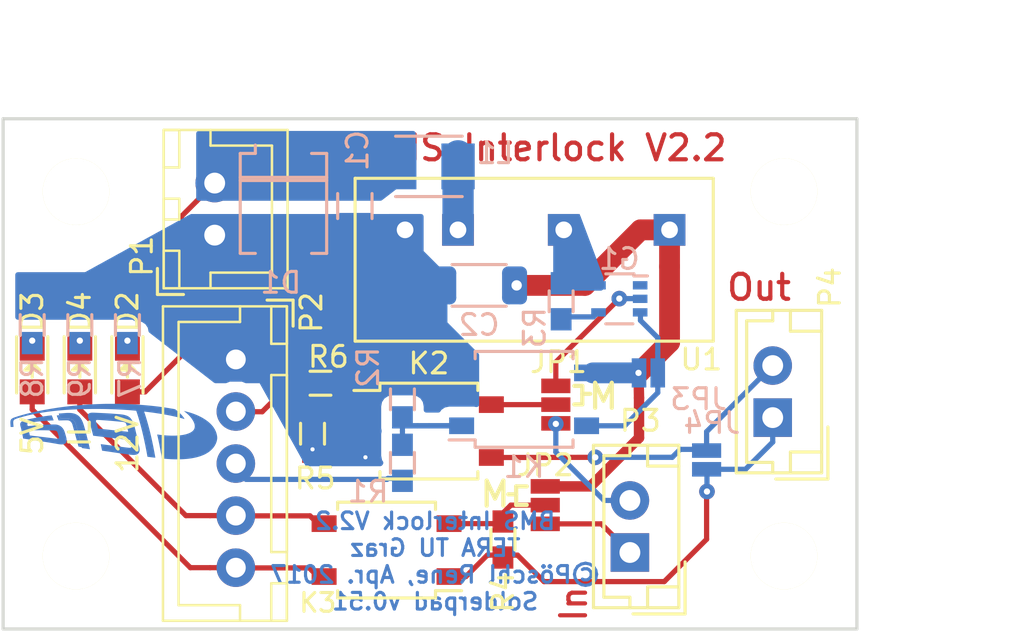
<source format=kicad_pcb>
(kicad_pcb (version 4) (host pcbnew no-vcs-found-product)

  (general
    (links 60)
    (no_connects 0)
    (area 55.424999 87.924999 96.575001 112.575001)
    (thickness 1.6)
    (drawings 25)
    (tracks 115)
    (zones 0)
    (modules 34)
    (nets 24)
  )

  (page A4)
  (title_block
    (title "BMS Interlock")
    (date 2017-01-06)
    (rev 2.1)
    (company "TERA TU Graz")
    (comment 1 "Rene Pöschl")
  )

  (layers
    (0 F.Cu signal)
    (31 B.Cu signal)
    (32 B.Adhes user)
    (33 F.Adhes user)
    (34 B.Paste user)
    (35 F.Paste user)
    (36 B.SilkS user)
    (37 F.SilkS user)
    (38 B.Mask user)
    (39 F.Mask user)
    (40 Dwgs.User user)
    (41 Cmts.User user)
    (42 Eco1.User user)
    (43 Eco2.User user)
    (44 Edge.Cuts user)
    (45 Margin user)
    (46 B.CrtYd user)
    (47 F.CrtYd user)
    (48 B.Fab user)
    (49 F.Fab user)
  )

  (setup
    (last_trace_width 0.25)
    (user_trace_width 0.25)
    (user_trace_width 0.5)
    (user_trace_width 0.75)
    (user_trace_width 1)
    (user_trace_width 1.25)
    (user_trace_width 1.5)
    (user_trace_width 1.75)
    (user_trace_width 2)
    (trace_clearance 0.2)
    (zone_clearance 0.508)
    (zone_45_only yes)
    (trace_min 0.2)
    (segment_width 0.2)
    (edge_width 0.15)
    (via_size 0.75)
    (via_drill 0.3)
    (via_min_size 0.65)
    (via_min_drill 0.2)
    (user_via 0.65 0.2)
    (user_via 0.85 0.4)
    (user_via 0.95 0.5)
    (uvia_size 0.3)
    (uvia_drill 0.1)
    (uvias_allowed no)
    (uvia_min_size 0.2)
    (uvia_min_drill 0.1)
    (pcb_text_width 0.3)
    (pcb_text_size 1.5 1.5)
    (mod_edge_width 0.15)
    (mod_text_size 1 1)
    (mod_text_width 0.15)
    (pad_size 1.524 1.524)
    (pad_drill 0.762)
    (pad_to_mask_clearance 0.075)
    (solder_mask_min_width 0.06)
    (aux_axis_origin 55.5 88)
    (grid_origin 55.5 88)
    (visible_elements FFFFEF7F)
    (pcbplotparams
      (layerselection 0x010f0_ffffffff)
      (usegerberextensions false)
      (excludeedgelayer true)
      (linewidth 0.100000)
      (plotframeref false)
      (viasonmask true)
      (mode 1)
      (useauxorigin true)
      (hpglpennumber 1)
      (hpglpenspeed 20)
      (hpglpendiameter 15)
      (psnegative false)
      (psa4output false)
      (plotreference true)
      (plotvalue true)
      (plotinvisibletext false)
      (padsonsilk false)
      (subtractmaskfromsilk true)
      (outputformat 1)
      (mirror false)
      (drillshape 0)
      (scaleselection 1)
      (outputdirectory gerber/))
  )

  (net 0 "")
  (net 1 GND)
  (net 2 "Net-(L1-Pad1)")
  (net 3 "Net-(JP1-Pad2)")
  (net 4 "Net-(JP2-Pad2)")
  (net 5 "Net-(G1-Pad3)")
  (net 6 "Net-(K1-Pad1)")
  (net 7 "Net-(K2-Pad1)")
  (net 8 VDD)
  (net 9 +12V)
  (net 10 "Net-(G1-Pad4)")
  (net 11 /IL_I_ON)
  (net 12 /IL_OUT_OK)
  (net 13 "Net-(D2-Pad1)")
  (net 14 "Net-(D4-Pad1)")
  (net 15 "Net-(D3-Pad1)")
  (net 16 /IL_in_OK)
  (net 17 IL_V+)
  (net 18 IL_V-)
  (net 19 /IL_Out-)
  (net 20 /IL_In-)
  (net 21 /IL_In+)
  (net 22 /IL_Iconst)
  (net 23 /IL_Out+)

  (net_class Default "This is the default net class."
    (clearance 0.2)
    (trace_width 0.25)
    (via_dia 0.75)
    (via_drill 0.3)
    (uvia_dia 0.3)
    (uvia_drill 0.1)
    (add_net +12V)
    (add_net /IL_I_ON)
    (add_net /IL_Iconst)
    (add_net /IL_In+)
    (add_net /IL_In-)
    (add_net /IL_OUT_OK)
    (add_net /IL_Out+)
    (add_net /IL_Out-)
    (add_net /IL_in_OK)
    (add_net GND)
    (add_net IL_V+)
    (add_net IL_V-)
    (add_net "Net-(D2-Pad1)")
    (add_net "Net-(D3-Pad1)")
    (add_net "Net-(D4-Pad1)")
    (add_net "Net-(G1-Pad3)")
    (add_net "Net-(G1-Pad4)")
    (add_net "Net-(JP1-Pad2)")
    (add_net "Net-(JP2-Pad2)")
    (add_net "Net-(K1-Pad1)")
    (add_net "Net-(K2-Pad1)")
    (add_net "Net-(L1-Pad1)")
    (add_net VDD)
  )

  (module Mounting_Holes:MountingHole_3.2mm_M3 locked (layer F.Cu) (tedit 56F2A8BB) (tstamp 56F2BD36)
    (at 93 109)
    (descr "Mounting Hole 3.2mm, no annular, M3")
    (tags "mounting hole 3.2mm no annular m3")
    (fp_text reference REF** (at 0 -4.2) (layer F.SilkS) hide
      (effects (font (size 1 1) (thickness 0.15)))
    )
    (fp_text value MountingHole_3.2mm_M3 (at 0 4.2) (layer F.SilkS) hide
      (effects (font (size 1 1) (thickness 0.15)))
    )
    (fp_circle (center 0 0) (end 3.2 0) (layer Cmts.User) (width 0.15))
    (fp_circle (center 0 0) (end 3.45 0) (layer F.CrtYd) (width 0.05))
    (pad 1 np_thru_hole circle (at 0 0) (size 3.2 3.2) (drill 3.2) (layers *.Cu *.Mask F.SilkS))
  )

  (module Mounting_Holes:MountingHole_3.2mm_M3 locked (layer F.Cu) (tedit 56F2A8BB) (tstamp 56F2BD42)
    (at 59 91.5)
    (descr "Mounting Hole 3.2mm, no annular, M3")
    (tags "mounting hole 3.2mm no annular m3")
    (fp_text reference REF** (at 0 -4.2) (layer F.SilkS) hide
      (effects (font (size 1 1) (thickness 0.15)))
    )
    (fp_text value MountingHole_3.2mm_M3 (at 0 4.2) (layer F.SilkS) hide
      (effects (font (size 1 1) (thickness 0.15)))
    )
    (fp_circle (center 0 0) (end 3.2 0) (layer Cmts.User) (width 0.15))
    (fp_circle (center 0 0) (end 3.45 0) (layer F.CrtYd) (width 0.05))
    (pad 1 np_thru_hole circle (at 0 0) (size 3.2 3.2) (drill 3.2) (layers *.Cu *.Mask F.SilkS))
  )

  (module Mounting_Holes:MountingHole_3.2mm_M3 locked (layer F.Cu) (tedit 56F2A8BB) (tstamp 56F2BD3C)
    (at 59 109)
    (descr "Mounting Hole 3.2mm, no annular, M3")
    (tags "mounting hole 3.2mm no annular m3")
    (fp_text reference REF** (at 0 -4.2) (layer F.SilkS) hide
      (effects (font (size 1 1) (thickness 0.15)))
    )
    (fp_text value MountingHole_3.2mm_M3 (at 0 4.2) (layer F.SilkS) hide
      (effects (font (size 1 1) (thickness 0.15)))
    )
    (fp_circle (center 0 0) (end 3.2 0) (layer Cmts.User) (width 0.15))
    (fp_circle (center 0 0) (end 3.45 0) (layer F.CrtYd) (width 0.05))
    (pad 1 np_thru_hole circle (at 0 0) (size 3.2 3.2) (drill 3.2) (layers *.Cu *.Mask F.SilkS))
  )

  (module Mounting_Holes:MountingHole_3.2mm_M3 locked (layer F.Cu) (tedit 56F2A8BB) (tstamp 56F2BD31)
    (at 93 91.5)
    (descr "Mounting Hole 3.2mm, no annular, M3")
    (tags "mounting hole 3.2mm no annular m3")
    (fp_text reference REF** (at 0 -4.2) (layer F.SilkS) hide
      (effects (font (size 1 1) (thickness 0.15)))
    )
    (fp_text value MountingHole_3.2mm_M3 (at 0 4.2) (layer F.SilkS) hide
      (effects (font (size 1 1) (thickness 0.15)))
    )
    (fp_circle (center 0 0) (end 3.2 0) (layer Cmts.User) (width 0.15))
    (fp_circle (center 0 0) (end 3.45 0) (layer F.CrtYd) (width 0.05))
    (pad 1 np_thru_hole circle (at 0 0) (size 3.2 3.2) (drill 3.2) (layers *.Cu *.Mask F.SilkS))
  )

  (module tera_rlc:L_muarta_LQH32PN (layer B.Cu) (tedit 57CAF677) (tstamp 57CB0017)
    (at 75.947 90.286 180)
    (path /56DAF335)
    (fp_text reference L1 (at 0 0.835 180) (layer B.Fab)
      (effects (font (size 0.6 0.6) (thickness 0.1)) (justify mirror))
    )
    (fp_text value "4.7uH 0.7A" (at -4.953 -0.635 180) (layer B.Fab)
      (effects (font (size 0.6 0.6) (thickness 0.1)) (justify mirror))
    )
    (fp_text user %R (at -3.175 0.635 180) (layer B.SilkS)
      (effects (font (size 1 1) (thickness 0.15)) (justify mirror))
    )
    (fp_line (start -2.25 -1.75) (end -2.25 1.75) (layer B.CrtYd) (width 0.05))
    (fp_line (start 2.24 -1.75) (end -2.25 -1.75) (layer B.CrtYd) (width 0.05))
    (fp_line (start 2.25 1.75) (end 2.25 -1.75) (layer B.CrtYd) (width 0.05))
    (fp_line (start -2.25 1.75) (end 2.25 1.75) (layer B.CrtYd) (width 0.05))
    (fp_line (start -1.6 -1.35) (end -1.6 1.35) (layer B.Fab) (width 0.05))
    (fp_line (start 1.6 -1.35) (end -1.6 -1.35) (layer B.Fab) (width 0.05))
    (fp_line (start 1.6 1.35) (end 1.6 -1.35) (layer B.Fab) (width 0.05))
    (fp_line (start -1.6 1.35) (end 1.6 1.35) (layer B.Fab) (width 0.05))
    (fp_line (start 1.6 -1.45) (end -1.6 -1.45) (layer B.SilkS) (width 0.15))
    (fp_line (start -1.6 1.45) (end 1.6 1.45) (layer B.SilkS) (width 0.15))
    (pad 1 smd rect (at -1.4 0 180) (size 1.6 2.2) (layers B.Cu B.Paste B.Mask)
      (net 2 "Net-(L1-Pad1)"))
    (pad 2 smd rect (at 1.4 0 180) (size 1.6 2.2) (layers B.Cu B.Paste B.Mask)
      (net 9 +12V))
    (model ${KISYS3DMOD}/tera_rlc.3dshapes/L_muarta_LQH32PN.wrl
      (at (xyz 0 0 0))
      (scale (xyz 1 1 1))
      (rotate (xyz 0 0 0))
    )
  )

  (module tera_general:SO-4 (layer B.Cu) (tedit 57F65863) (tstamp 56E95C70)
    (at 80.518 101.473 90)
    (path /56E996D2)
    (fp_text reference K1 (at 0 0) (layer B.Fab)
      (effects (font (size 1 1) (thickness 0.15)) (justify mirror))
    )
    (fp_text value ASSR-1218 (at 1.5 0 180) (layer B.Fab)
      (effects (font (size 0.5 0.5) (thickness 0.08)) (justify mirror))
    )
    (fp_text user %R (at -3.25 0) (layer B.SilkS)
      (effects (font (size 1 1) (thickness 0.15)) (justify mirror))
    )
    (fp_line (start 2.3 2.35) (end 1.95 2.35) (layer B.SilkS) (width 0.15))
    (fp_line (start 2.3 -2.35) (end 2.3 2.35) (layer B.SilkS) (width 0.15))
    (fp_line (start 1.95 -2.35) (end 2.3 -2.35) (layer B.SilkS) (width 0.15))
    (fp_line (start -1.95 -2.35) (end -1.95 -3.6) (layer B.SilkS) (width 0.15))
    (fp_line (start -2.3 2.35) (end -1.95 2.35) (layer B.SilkS) (width 0.15))
    (fp_line (start -2.3 -2.35) (end -2.3 2.35) (layer B.SilkS) (width 0.15))
    (fp_line (start -1.95 -2.35) (end -2.3 -2.35) (layer B.SilkS) (width 0.15))
    (fp_line (start -2.5 -3.75) (end -2.5 3.75) (layer B.CrtYd) (width 0.05))
    (fp_line (start 2.5 -3.75) (end -2.5 -3.75) (layer B.CrtYd) (width 0.05))
    (fp_line (start 2.5 3.75) (end 2.5 -3.75) (layer B.CrtYd) (width 0.05))
    (fp_line (start -2.5 3.75) (end 2.5 3.75) (layer B.CrtYd) (width 0.05))
    (fp_circle (center -1.4224 -1.6256) (end -1.4224 -1.9812) (layer B.Fab) (width 0.05))
    (fp_line (start -2.2 -2.25) (end -2.2 2.25) (layer B.Fab) (width 0.05))
    (fp_line (start 2.2 -2.25) (end -2.2 -2.25) (layer B.Fab) (width 0.05))
    (fp_line (start 2.2 2.25) (end 2.2 -2.25) (layer B.Fab) (width 0.05))
    (fp_line (start -2.2 2.25) (end 2.2 2.25) (layer B.Fab) (width 0.05))
    (pad 4 smd rect (at -1.27 3 90) (size 0.8 1.2) (layers B.Cu B.Paste B.Mask)
      (net 5 "Net-(G1-Pad3)"))
    (pad 1 smd rect (at -1.27 -3 90) (size 0.8 1.2) (layers B.Cu B.Paste B.Mask)
      (net 6 "Net-(K1-Pad1)"))
    (pad 2 smd rect (at 1.27 -3 90) (size 0.8 1.2) (layers B.Cu B.Paste B.Mask)
      (net 1 GND))
    (pad 3 smd rect (at 1.27 3 90) (size 0.8 1.2) (layers B.Cu B.Paste B.Mask)
      (net 18 IL_V-))
    (model tera.3dshapes/SO-4.x3d
      (at (xyz 0 0 0))
      (scale (xyz 1 1 1))
      (rotate (xyz 0 0 0))
    )
  )

  (module tera_general:SO-4 (layer F.Cu) (tedit 57F65717) (tstamp 56E95C86)
    (at 75.946 102.997 270)
    (path /56E997E4)
    (fp_text reference K2 (at 0 0) (layer F.Fab)
      (effects (font (size 1 1) (thickness 0.15)))
    )
    (fp_text value ASSR-1218 (at 1.5 0) (layer F.Fab)
      (effects (font (size 0.5 0.5) (thickness 0.08)))
    )
    (fp_text user %R (at -3.25 0) (layer F.SilkS)
      (effects (font (size 1 1) (thickness 0.15)))
    )
    (fp_line (start 2.3 -2.35) (end 1.95 -2.35) (layer F.SilkS) (width 0.15))
    (fp_line (start 2.3 2.35) (end 2.3 -2.35) (layer F.SilkS) (width 0.15))
    (fp_line (start 1.95 2.35) (end 2.3 2.35) (layer F.SilkS) (width 0.15))
    (fp_line (start -1.95 2.35) (end -1.95 3.6) (layer F.SilkS) (width 0.15))
    (fp_line (start -2.3 -2.35) (end -1.95 -2.35) (layer F.SilkS) (width 0.15))
    (fp_line (start -2.3 2.35) (end -2.3 -2.35) (layer F.SilkS) (width 0.15))
    (fp_line (start -1.95 2.35) (end -2.3 2.35) (layer F.SilkS) (width 0.15))
    (fp_line (start -2.5 3.75) (end -2.5 -3.75) (layer F.CrtYd) (width 0.05))
    (fp_line (start 2.5 3.75) (end -2.5 3.75) (layer F.CrtYd) (width 0.05))
    (fp_line (start 2.5 -3.75) (end 2.5 3.75) (layer F.CrtYd) (width 0.05))
    (fp_line (start -2.5 -3.75) (end 2.5 -3.75) (layer F.CrtYd) (width 0.05))
    (fp_circle (center -1.4224 1.6256) (end -1.4224 1.9812) (layer F.Fab) (width 0.05))
    (fp_line (start -2.2 2.25) (end -2.2 -2.25) (layer F.Fab) (width 0.05))
    (fp_line (start 2.2 2.25) (end -2.2 2.25) (layer F.Fab) (width 0.05))
    (fp_line (start 2.2 -2.25) (end 2.2 2.25) (layer F.Fab) (width 0.05))
    (fp_line (start -2.2 -2.25) (end 2.2 -2.25) (layer F.Fab) (width 0.05))
    (pad 4 smd rect (at -1.27 -3 270) (size 0.8 1.2) (layers F.Cu F.Paste F.Mask)
      (net 3 "Net-(JP1-Pad2)"))
    (pad 1 smd rect (at -1.27 3 270) (size 0.8 1.2) (layers F.Cu F.Paste F.Mask)
      (net 7 "Net-(K2-Pad1)"))
    (pad 2 smd rect (at 1.27 3 270) (size 0.8 1.2) (layers F.Cu F.Paste F.Mask)
      (net 1 GND))
    (pad 3 smd rect (at 1.27 -3 270) (size 0.8 1.2) (layers F.Cu F.Paste F.Mask)
      (net 23 /IL_Out+))
    (model tera.3dshapes/SO-4.x3d
      (at (xyz 0 0 0))
      (scale (xyz 1 1 1))
      (rotate (xyz 0 0 0))
    )
  )

  (module tera_general:SO-4 (layer F.Cu) (tedit 57F65C64) (tstamp 56E95C9C)
    (at 73.914 108.712 90)
    (path /56E9973E)
    (fp_text reference K3 (at 0 0 180) (layer F.Fab)
      (effects (font (size 1 1) (thickness 0.15)))
    )
    (fp_text value ASSR-1218 (at 1.5 0 180) (layer F.Fab)
      (effects (font (size 0.5 0.5) (thickness 0.08)))
    )
    (fp_text user %R (at -2.529 -3.301 180) (layer F.SilkS)
      (effects (font (size 0.9 0.9) (thickness 0.15)))
    )
    (fp_line (start 2.3 -2.35) (end 1.95 -2.35) (layer F.SilkS) (width 0.15))
    (fp_line (start 2.3 2.35) (end 2.3 -2.35) (layer F.SilkS) (width 0.15))
    (fp_line (start 1.95 2.35) (end 2.3 2.35) (layer F.SilkS) (width 0.15))
    (fp_line (start -1.95 2.35) (end -1.95 3.6) (layer F.SilkS) (width 0.15))
    (fp_line (start -2.3 -2.35) (end -1.95 -2.35) (layer F.SilkS) (width 0.15))
    (fp_line (start -2.3 2.35) (end -2.3 -2.35) (layer F.SilkS) (width 0.15))
    (fp_line (start -1.95 2.35) (end -2.3 2.35) (layer F.SilkS) (width 0.15))
    (fp_line (start -2.5 3.75) (end -2.5 -3.75) (layer F.CrtYd) (width 0.05))
    (fp_line (start 2.5 3.75) (end -2.5 3.75) (layer F.CrtYd) (width 0.05))
    (fp_line (start 2.5 -3.75) (end 2.5 3.75) (layer F.CrtYd) (width 0.05))
    (fp_line (start -2.5 -3.75) (end 2.5 -3.75) (layer F.CrtYd) (width 0.05))
    (fp_circle (center -1.4224 1.6256) (end -1.4224 1.9812) (layer F.Fab) (width 0.05))
    (fp_line (start -2.2 2.25) (end -2.2 -2.25) (layer F.Fab) (width 0.05))
    (fp_line (start 2.2 2.25) (end -2.2 2.25) (layer F.Fab) (width 0.05))
    (fp_line (start 2.2 -2.25) (end 2.2 2.25) (layer F.Fab) (width 0.05))
    (fp_line (start -2.2 -2.25) (end 2.2 -2.25) (layer F.Fab) (width 0.05))
    (pad 4 smd rect (at -1.27 -3 90) (size 0.8 1.2) (layers F.Cu F.Paste F.Mask)
      (net 8 VDD))
    (pad 1 smd rect (at -1.27 3 90) (size 0.8 1.2) (layers F.Cu F.Paste F.Mask)
      (net 19 /IL_Out-))
    (pad 2 smd rect (at 1.27 3 90) (size 0.8 1.2) (layers F.Cu F.Paste F.Mask)
      (net 4 "Net-(JP2-Pad2)"))
    (pad 3 smd rect (at 1.27 -3 90) (size 0.8 1.2) (layers F.Cu F.Paste F.Mask)
      (net 16 /IL_in_OK))
    (model tera.3dshapes/SO-4.x3d
      (at (xyz 0 0 0))
      (scale (xyz 1 1 1))
      (rotate (xyz 0 0 0))
    )
  )

  (module tera_rlc:R_0603in (layer B.Cu) (tedit 57D01065) (tstamp 57F65E4F)
    (at 59.183 97.906 270)
    (descr "Resistor SMD 0603")
    (tags "resistor 0603")
    (path /56EADC86)
    (attr smd)
    (fp_text reference R9 (at 0 0 270) (layer B.Fab)
      (effects (font (size 0.6 0.6) (thickness 0.1)) (justify mirror))
    )
    (fp_text value 5k1 (at 0 -1.016 270) (layer B.Fab)
      (effects (font (size 0.6 0.6) (thickness 0.1)) (justify mirror))
    )
    (fp_text user %R (at 2.54 0 270) (layer B.SilkS)
      (effects (font (size 1 1) (thickness 0.15)) (justify mirror))
    )
    (fp_line (start -0.85 -0.475) (end -0.85 0.475) (layer B.Fab) (width 0.05))
    (fp_line (start 0.85 -0.475) (end -0.85 -0.475) (layer B.Fab) (width 0.05))
    (fp_line (start 0.85 0.475) (end 0.85 -0.475) (layer B.Fab) (width 0.05))
    (fp_line (start -0.85 0.475) (end 0.85 0.475) (layer B.Fab) (width 0.05))
    (fp_line (start -1.5 1) (end 1.5 1) (layer B.CrtYd) (width 0.05))
    (fp_line (start -1.5 -1) (end 1.5 -1) (layer B.CrtYd) (width 0.05))
    (fp_line (start -1.5 1) (end -1.5 -1) (layer B.CrtYd) (width 0.05))
    (fp_line (start 1.5 1) (end 1.5 -1) (layer B.CrtYd) (width 0.05))
    (fp_line (start 0.5 -0.575) (end -0.5 -0.575) (layer B.SilkS) (width 0.15))
    (fp_line (start -0.5 0.575) (end 0.5 0.575) (layer B.SilkS) (width 0.15))
    (pad 1 smd rect (at -0.865 0 270) (size 1.07 1) (layers B.Cu B.Paste B.Mask)
      (net 1 GND))
    (pad 2 smd rect (at 0.865 0 270) (size 1.07 1) (layers B.Cu B.Paste B.Mask)
      (net 14 "Net-(D4-Pad1)"))
    (model tera_rlc.3dshapes/R_0603in.wrl
      (at (xyz 0 0 0))
      (scale (xyz 1 1 1))
      (rotate (xyz 0 0 0))
    )
  )

  (module tera_rlc:R_0603in (layer B.Cu) (tedit 57D01065) (tstamp 57F65E5E)
    (at 56.897 97.906 270)
    (descr "Resistor SMD 0603")
    (tags "resistor 0603")
    (path /56EAD52F)
    (attr smd)
    (fp_text reference R8 (at 0 0 270) (layer B.Fab)
      (effects (font (size 0.6 0.6) (thickness 0.1)) (justify mirror))
    )
    (fp_text value 5k1 (at 0 -1.016 270) (layer B.Fab)
      (effects (font (size 0.6 0.6) (thickness 0.1)) (justify mirror))
    )
    (fp_text user %R (at 2.54 0 270) (layer B.SilkS)
      (effects (font (size 1 1) (thickness 0.15)) (justify mirror))
    )
    (fp_line (start -0.85 -0.475) (end -0.85 0.475) (layer B.Fab) (width 0.05))
    (fp_line (start 0.85 -0.475) (end -0.85 -0.475) (layer B.Fab) (width 0.05))
    (fp_line (start 0.85 0.475) (end 0.85 -0.475) (layer B.Fab) (width 0.05))
    (fp_line (start -0.85 0.475) (end 0.85 0.475) (layer B.Fab) (width 0.05))
    (fp_line (start -1.5 1) (end 1.5 1) (layer B.CrtYd) (width 0.05))
    (fp_line (start -1.5 -1) (end 1.5 -1) (layer B.CrtYd) (width 0.05))
    (fp_line (start -1.5 1) (end -1.5 -1) (layer B.CrtYd) (width 0.05))
    (fp_line (start 1.5 1) (end 1.5 -1) (layer B.CrtYd) (width 0.05))
    (fp_line (start 0.5 -0.575) (end -0.5 -0.575) (layer B.SilkS) (width 0.15))
    (fp_line (start -0.5 0.575) (end 0.5 0.575) (layer B.SilkS) (width 0.15))
    (pad 1 smd rect (at -0.865 0 270) (size 1.07 1) (layers B.Cu B.Paste B.Mask)
      (net 1 GND))
    (pad 2 smd rect (at 0.865 0 270) (size 1.07 1) (layers B.Cu B.Paste B.Mask)
      (net 15 "Net-(D3-Pad1)"))
    (model tera_rlc.3dshapes/R_0603in.wrl
      (at (xyz 0 0 0))
      (scale (xyz 1 1 1))
      (rotate (xyz 0 0 0))
    )
  )

  (module tera_rlc:R_0603in (layer B.Cu) (tedit 57D01065) (tstamp 57F65E6D)
    (at 61.469 97.906 270)
    (descr "Resistor SMD 0603")
    (tags "resistor 0603")
    (path /56EAC752)
    (attr smd)
    (fp_text reference R7 (at 0 0 270) (layer B.Fab)
      (effects (font (size 0.6 0.6) (thickness 0.1)) (justify mirror))
    )
    (fp_text value 12k (at 0 -1.016 270) (layer B.Fab)
      (effects (font (size 0.6 0.6) (thickness 0.1)) (justify mirror))
    )
    (fp_text user %R (at 2.54 -0.127 270) (layer B.SilkS)
      (effects (font (size 1 1) (thickness 0.15)) (justify mirror))
    )
    (fp_line (start -0.85 -0.475) (end -0.85 0.475) (layer B.Fab) (width 0.05))
    (fp_line (start 0.85 -0.475) (end -0.85 -0.475) (layer B.Fab) (width 0.05))
    (fp_line (start 0.85 0.475) (end 0.85 -0.475) (layer B.Fab) (width 0.05))
    (fp_line (start -0.85 0.475) (end 0.85 0.475) (layer B.Fab) (width 0.05))
    (fp_line (start -1.5 1) (end 1.5 1) (layer B.CrtYd) (width 0.05))
    (fp_line (start -1.5 -1) (end 1.5 -1) (layer B.CrtYd) (width 0.05))
    (fp_line (start -1.5 1) (end -1.5 -1) (layer B.CrtYd) (width 0.05))
    (fp_line (start 1.5 1) (end 1.5 -1) (layer B.CrtYd) (width 0.05))
    (fp_line (start 0.5 -0.575) (end -0.5 -0.575) (layer B.SilkS) (width 0.15))
    (fp_line (start -0.5 0.575) (end 0.5 0.575) (layer B.SilkS) (width 0.15))
    (pad 1 smd rect (at -0.865 0 270) (size 1.07 1) (layers B.Cu B.Paste B.Mask)
      (net 1 GND))
    (pad 2 smd rect (at 0.865 0 270) (size 1.07 1) (layers B.Cu B.Paste B.Mask)
      (net 13 "Net-(D2-Pad1)"))
    (model tera_rlc.3dshapes/R_0603in.wrl
      (at (xyz 0 0 0))
      (scale (xyz 1 1 1))
      (rotate (xyz 0 0 0))
    )
  )

  (module tera_rlc:R_0603in (layer F.Cu) (tedit 57D01065) (tstamp 57F65E7C)
    (at 70.74 100.7)
    (descr "Resistor SMD 0603")
    (tags "resistor 0603")
    (path /56DB4BE9)
    (attr smd)
    (fp_text reference R6 (at 0 0) (layer F.Fab)
      (effects (font (size 0.6 0.6) (thickness 0.1)))
    )
    (fp_text value 470 (at 0.381 -0.889) (layer F.Fab)
      (effects (font (size 0.6 0.6) (thickness 0.1)))
    )
    (fp_text user %R (at 0.381 -1.27) (layer F.SilkS)
      (effects (font (size 1 1) (thickness 0.15)))
    )
    (fp_line (start -0.85 0.475) (end -0.85 -0.475) (layer F.Fab) (width 0.05))
    (fp_line (start 0.85 0.475) (end -0.85 0.475) (layer F.Fab) (width 0.05))
    (fp_line (start 0.85 -0.475) (end 0.85 0.475) (layer F.Fab) (width 0.05))
    (fp_line (start -0.85 -0.475) (end 0.85 -0.475) (layer F.Fab) (width 0.05))
    (fp_line (start -1.5 -1) (end 1.5 -1) (layer F.CrtYd) (width 0.05))
    (fp_line (start -1.5 1) (end 1.5 1) (layer F.CrtYd) (width 0.05))
    (fp_line (start -1.5 -1) (end -1.5 1) (layer F.CrtYd) (width 0.05))
    (fp_line (start 1.5 -1) (end 1.5 1) (layer F.CrtYd) (width 0.05))
    (fp_line (start 0.5 0.575) (end -0.5 0.575) (layer F.SilkS) (width 0.15))
    (fp_line (start -0.5 -0.575) (end 0.5 -0.575) (layer F.SilkS) (width 0.15))
    (pad 1 smd rect (at -0.865 0) (size 1.07 1) (layers F.Cu F.Paste F.Mask)
      (net 12 /IL_OUT_OK))
    (pad 2 smd rect (at 0.865 0) (size 1.07 1) (layers F.Cu F.Paste F.Mask)
      (net 7 "Net-(K2-Pad1)"))
    (model tera_rlc.3dshapes/R_0603in.wrl
      (at (xyz 0 0 0))
      (scale (xyz 1 1 1))
      (rotate (xyz 0 0 0))
    )
  )

  (module tera_rlc:R_0603in (layer F.Cu) (tedit 57D01065) (tstamp 57F65E8B)
    (at 70.358 103.124 270)
    (descr "Resistor SMD 0603")
    (tags "resistor 0603")
    (path /56DB5312)
    (attr smd)
    (fp_text reference R5 (at 0 0 270) (layer F.Fab)
      (effects (font (size 0.6 0.6) (thickness 0.1)))
    )
    (fp_text value 1K (at -0.011 -1.017 270) (layer F.Fab)
      (effects (font (size 0.6 0.6) (thickness 0.1)))
    )
    (fp_text user %R (at 2.148 -0.128) (layer F.SilkS)
      (effects (font (size 1 1) (thickness 0.15)))
    )
    (fp_line (start -0.85 0.475) (end -0.85 -0.475) (layer F.Fab) (width 0.05))
    (fp_line (start 0.85 0.475) (end -0.85 0.475) (layer F.Fab) (width 0.05))
    (fp_line (start 0.85 -0.475) (end 0.85 0.475) (layer F.Fab) (width 0.05))
    (fp_line (start -0.85 -0.475) (end 0.85 -0.475) (layer F.Fab) (width 0.05))
    (fp_line (start -1.5 -1) (end 1.5 -1) (layer F.CrtYd) (width 0.05))
    (fp_line (start -1.5 1) (end 1.5 1) (layer F.CrtYd) (width 0.05))
    (fp_line (start -1.5 -1) (end -1.5 1) (layer F.CrtYd) (width 0.05))
    (fp_line (start 1.5 -1) (end 1.5 1) (layer F.CrtYd) (width 0.05))
    (fp_line (start 0.5 0.575) (end -0.5 0.575) (layer F.SilkS) (width 0.15))
    (fp_line (start -0.5 -0.575) (end 0.5 -0.575) (layer F.SilkS) (width 0.15))
    (pad 1 smd rect (at -0.865 0 270) (size 1.07 1) (layers F.Cu F.Paste F.Mask)
      (net 7 "Net-(K2-Pad1)"))
    (pad 2 smd rect (at 0.865 0 270) (size 1.07 1) (layers F.Cu F.Paste F.Mask)
      (net 1 GND))
    (model tera_rlc.3dshapes/R_0603in.wrl
      (at (xyz 0 0 0))
      (scale (xyz 1 1 1))
      (rotate (xyz 0 0 0))
    )
  )

  (module tera_rlc:R_0603in (layer F.Cu) (tedit 57D01065) (tstamp 57F65E9A)
    (at 79.502 108.204 90)
    (descr "Resistor SMD 0603")
    (tags "resistor 0603")
    (path /56DB645B)
    (attr smd)
    (fp_text reference R4 (at 0 0 90) (layer F.Fab)
      (effects (font (size 0.6 0.6) (thickness 0.1)))
    )
    (fp_text value 1K (at -0.116 -1.015 90) (layer F.Fab)
      (effects (font (size 0.6 0.6) (thickness 0.1)))
    )
    (fp_text user %R (at -2.529 0.001 90) (layer F.SilkS)
      (effects (font (size 1 1) (thickness 0.15)))
    )
    (fp_line (start -0.85 0.475) (end -0.85 -0.475) (layer F.Fab) (width 0.05))
    (fp_line (start 0.85 0.475) (end -0.85 0.475) (layer F.Fab) (width 0.05))
    (fp_line (start 0.85 -0.475) (end 0.85 0.475) (layer F.Fab) (width 0.05))
    (fp_line (start -0.85 -0.475) (end 0.85 -0.475) (layer F.Fab) (width 0.05))
    (fp_line (start -1.5 -1) (end 1.5 -1) (layer F.CrtYd) (width 0.05))
    (fp_line (start -1.5 1) (end 1.5 1) (layer F.CrtYd) (width 0.05))
    (fp_line (start -1.5 -1) (end -1.5 1) (layer F.CrtYd) (width 0.05))
    (fp_line (start 1.5 -1) (end 1.5 1) (layer F.CrtYd) (width 0.05))
    (fp_line (start 0.5 0.575) (end -0.5 0.575) (layer F.SilkS) (width 0.15))
    (fp_line (start -0.5 -0.575) (end 0.5 -0.575) (layer F.SilkS) (width 0.15))
    (pad 1 smd rect (at -0.865 0 90) (size 1.07 1) (layers F.Cu F.Paste F.Mask)
      (net 19 /IL_Out-))
    (pad 2 smd rect (at 0.865 0 90) (size 1.07 1) (layers F.Cu F.Paste F.Mask)
      (net 4 "Net-(JP2-Pad2)"))
    (model tera_rlc.3dshapes/R_0603in.wrl
      (at (xyz 0 0 0))
      (scale (xyz 1 1 1))
      (rotate (xyz 0 0 0))
    )
  )

  (module tera_rlc:R_0603in (layer B.Cu) (tedit 57D01065) (tstamp 57F65EA9)
    (at 82.297 96.763 270)
    (descr "Resistor SMD 0603")
    (tags "resistor 0603")
    (path /56DB441E)
    (attr smd)
    (fp_text reference R3 (at 0 0 270) (layer B.Fab)
      (effects (font (size 0.6 0.6) (thickness 0.1)) (justify mirror))
    )
    (fp_text value 120R (at -1.778 -0.254) (layer B.Fab)
      (effects (font (size 0.6 0.6) (thickness 0.1)) (justify mirror))
    )
    (fp_text user %R (at 1.27 1.27 270) (layer B.SilkS)
      (effects (font (size 1 1) (thickness 0.15)) (justify mirror))
    )
    (fp_line (start -0.85 -0.475) (end -0.85 0.475) (layer B.Fab) (width 0.05))
    (fp_line (start 0.85 -0.475) (end -0.85 -0.475) (layer B.Fab) (width 0.05))
    (fp_line (start 0.85 0.475) (end 0.85 -0.475) (layer B.Fab) (width 0.05))
    (fp_line (start -0.85 0.475) (end 0.85 0.475) (layer B.Fab) (width 0.05))
    (fp_line (start -1.5 1) (end 1.5 1) (layer B.CrtYd) (width 0.05))
    (fp_line (start -1.5 -1) (end 1.5 -1) (layer B.CrtYd) (width 0.05))
    (fp_line (start -1.5 1) (end -1.5 -1) (layer B.CrtYd) (width 0.05))
    (fp_line (start 1.5 1) (end 1.5 -1) (layer B.CrtYd) (width 0.05))
    (fp_line (start 0.5 -0.575) (end -0.5 -0.575) (layer B.SilkS) (width 0.15))
    (fp_line (start -0.5 0.575) (end 0.5 0.575) (layer B.SilkS) (width 0.15))
    (pad 1 smd rect (at -0.865 0 270) (size 1.07 1) (layers B.Cu B.Paste B.Mask)
      (net 17 IL_V+))
    (pad 2 smd rect (at 0.865 0 270) (size 1.07 1) (layers B.Cu B.Paste B.Mask)
      (net 10 "Net-(G1-Pad4)"))
    (model tera_rlc.3dshapes/R_0603in.wrl
      (at (xyz 0 0 0))
      (scale (xyz 1 1 1))
      (rotate (xyz 0 0 0))
    )
  )

  (module tera_rlc:R_0603in (layer B.Cu) (tedit 57D01065) (tstamp 57F65EB8)
    (at 74.676 101.473 90)
    (descr "Resistor SMD 0603")
    (tags "resistor 0603")
    (path /56DB6990)
    (attr smd)
    (fp_text reference R2 (at 0 0 90) (layer B.Fab)
      (effects (font (size 0.6 0.6) (thickness 0.1)) (justify mirror))
    )
    (fp_text value 1K (at 0.011 -1.015 90) (layer B.Fab)
      (effects (font (size 0.6 0.6) (thickness 0.1)) (justify mirror))
    )
    (fp_text user %R (at 1.535 -1.65 90) (layer B.SilkS)
      (effects (font (size 1 1) (thickness 0.15)) (justify mirror))
    )
    (fp_line (start -0.85 -0.475) (end -0.85 0.475) (layer B.Fab) (width 0.05))
    (fp_line (start 0.85 -0.475) (end -0.85 -0.475) (layer B.Fab) (width 0.05))
    (fp_line (start 0.85 0.475) (end 0.85 -0.475) (layer B.Fab) (width 0.05))
    (fp_line (start -0.85 0.475) (end 0.85 0.475) (layer B.Fab) (width 0.05))
    (fp_line (start -1.5 1) (end 1.5 1) (layer B.CrtYd) (width 0.05))
    (fp_line (start -1.5 -1) (end 1.5 -1) (layer B.CrtYd) (width 0.05))
    (fp_line (start -1.5 1) (end -1.5 -1) (layer B.CrtYd) (width 0.05))
    (fp_line (start 1.5 1) (end 1.5 -1) (layer B.CrtYd) (width 0.05))
    (fp_line (start 0.5 -0.575) (end -0.5 -0.575) (layer B.SilkS) (width 0.15))
    (fp_line (start -0.5 0.575) (end 0.5 0.575) (layer B.SilkS) (width 0.15))
    (pad 1 smd rect (at -0.865 0 90) (size 1.07 1) (layers B.Cu B.Paste B.Mask)
      (net 6 "Net-(K1-Pad1)"))
    (pad 2 smd rect (at 0.865 0 90) (size 1.07 1) (layers B.Cu B.Paste B.Mask)
      (net 1 GND))
    (model tera_rlc.3dshapes/R_0603in.wrl
      (at (xyz 0 0 0))
      (scale (xyz 1 1 1))
      (rotate (xyz 0 0 0))
    )
  )

  (module tera_rlc:R_0603in (layer B.Cu) (tedit 57D01065) (tstamp 57F65EC7)
    (at 74.676 104.521 270)
    (descr "Resistor SMD 0603")
    (tags "resistor 0603")
    (path /56DB6A22)
    (attr smd)
    (fp_text reference R1 (at 0 0 270) (layer B.Fab)
      (effects (font (size 0.6 0.6) (thickness 0.1)) (justify mirror))
    )
    (fp_text value 470 (at 0 -1.144 270) (layer B.Fab)
      (effects (font (size 0.6 0.6) (thickness 0.1)) (justify mirror))
    )
    (fp_text user %R (at 1.386 1.65) (layer B.SilkS)
      (effects (font (size 1 1) (thickness 0.15)) (justify mirror))
    )
    (fp_line (start -0.85 -0.475) (end -0.85 0.475) (layer B.Fab) (width 0.05))
    (fp_line (start 0.85 -0.475) (end -0.85 -0.475) (layer B.Fab) (width 0.05))
    (fp_line (start 0.85 0.475) (end 0.85 -0.475) (layer B.Fab) (width 0.05))
    (fp_line (start -0.85 0.475) (end 0.85 0.475) (layer B.Fab) (width 0.05))
    (fp_line (start -1.5 1) (end 1.5 1) (layer B.CrtYd) (width 0.05))
    (fp_line (start -1.5 -1) (end 1.5 -1) (layer B.CrtYd) (width 0.05))
    (fp_line (start -1.5 1) (end -1.5 -1) (layer B.CrtYd) (width 0.05))
    (fp_line (start 1.5 1) (end 1.5 -1) (layer B.CrtYd) (width 0.05))
    (fp_line (start 0.5 -0.575) (end -0.5 -0.575) (layer B.SilkS) (width 0.15))
    (fp_line (start -0.5 0.575) (end 0.5 0.575) (layer B.SilkS) (width 0.15))
    (pad 1 smd rect (at -0.865 0 270) (size 1.07 1) (layers B.Cu B.Paste B.Mask)
      (net 6 "Net-(K1-Pad1)"))
    (pad 2 smd rect (at 0.865 0 270) (size 1.07 1) (layers B.Cu B.Paste B.Mask)
      (net 11 /IL_I_ON))
    (model tera_rlc.3dshapes/R_0603in.wrl
      (at (xyz 0 0 0))
      (scale (xyz 1 1 1))
      (rotate (xyz 0 0 0))
    )
  )

  (module tera_rlc:C_0805in (layer B.Cu) (tedit 57D00F80) (tstamp 57F65F34)
    (at 72.391 92.191 270)
    (descr "Capacitor SMD 0805")
    (tags "capacitor 0805")
    (path /56DAF1FE)
    (attr smd)
    (fp_text reference C1 (at 0 0 270) (layer B.Fab)
      (effects (font (size 0.6 0.6) (thickness 0.1)) (justify mirror))
    )
    (fp_text value "4.7uF 25V" (at 3.429 0 270) (layer B.Fab)
      (effects (font (size 0.6 0.6) (thickness 0.1)) (justify mirror))
    )
    (fp_text user %R (at -2.667 -0.127 270) (layer B.SilkS)
      (effects (font (size 1 1) (thickness 0.15)) (justify mirror))
    )
    (fp_line (start -1.1 -0.725) (end -1.1 0.725) (layer B.Fab) (width 0.05))
    (fp_line (start 1.1 -0.725) (end -1.1 -0.725) (layer B.Fab) (width 0.05))
    (fp_line (start 1.1 0.725) (end 1.1 -0.725) (layer B.Fab) (width 0.05))
    (fp_line (start -1.1 0.725) (end 1.1 0.725) (layer B.Fab) (width 0.05))
    (fp_line (start -2 1) (end 2 1) (layer B.CrtYd) (width 0.05))
    (fp_line (start -2 -1) (end 2 -1) (layer B.CrtYd) (width 0.05))
    (fp_line (start -2 1) (end -2 -1) (layer B.CrtYd) (width 0.05))
    (fp_line (start 2 1) (end 2 -1) (layer B.CrtYd) (width 0.05))
    (fp_line (start 0.6 -0.825) (end -0.6 -0.825) (layer B.SilkS) (width 0.15))
    (fp_line (start -0.6 0.825) (end 0.6 0.825) (layer B.SilkS) (width 0.15))
    (pad 1 smd rect (at -0.965 0 270) (size 1.27 1.5) (layers B.Cu B.Paste B.Mask)
      (net 9 +12V))
    (pad 2 smd rect (at 0.965 0 270) (size 1.27 1.5) (layers B.Cu B.Paste B.Mask)
      (net 1 GND))
    (model tera_rlc.3dshapes/C_0805in.wrl
      (at (xyz 0 0 0))
      (scale (xyz 1 1 1))
      (rotate (xyz 0 0 0))
    )
  )

  (module tera_diodes:LED_0805 (layer F.Cu) (tedit 57F656CE) (tstamp 57F66037)
    (at 59.183 100.065 270)
    (descr "LED 0805 smd package")
    (tags "LED 0805 SMD")
    (path /56EADC8C)
    (attr smd)
    (fp_text reference D4 (at 0.1 0 270) (layer F.Fab)
      (effects (font (size 0.5 0.5) (thickness 0.08)))
    )
    (fp_text value IL_OK (at 3.048 0 270) (layer F.Fab)
      (effects (font (size 0.6 0.6) (thickness 0.1)))
    )
    (fp_text user %R (at -2.794 0 270) (layer F.SilkS)
      (effects (font (size 1 1) (thickness 0.15)))
    )
    (fp_line (start -0.4 -0.6) (end -0.4 -0.4) (layer F.Fab) (width 0.05))
    (fp_line (start -0.4 0.6) (end -0.4 0.4) (layer F.Fab) (width 0.05))
    (fp_line (start -1 0) (end -0.4 0.6) (layer F.Fab) (width 0.05))
    (fp_line (start -0.4 -0.6) (end -1 0) (layer F.Fab) (width 0.05))
    (fp_line (start 1 -0.6) (end -1 -0.6) (layer F.Fab) (width 0.05))
    (fp_line (start 1 0.6) (end 1 -0.6) (layer F.Fab) (width 0.05))
    (fp_line (start -1 0.6) (end 1 0.6) (layer F.Fab) (width 0.05))
    (fp_line (start -1 -0.6) (end -1 0.6) (layer F.Fab) (width 0.05))
    (fp_line (start -1.6 0.75) (end 1.1 0.75) (layer F.SilkS) (width 0.15))
    (fp_line (start -1.6 -0.75) (end 1.1 -0.75) (layer F.SilkS) (width 0.15))
    (fp_line (start -0.1 0.15) (end -0.1 -0.1) (layer F.SilkS) (width 0.15))
    (fp_line (start -0.1 -0.1) (end -0.25 0.05) (layer F.SilkS) (width 0.15))
    (fp_line (start -0.35 -0.35) (end -0.35 0.35) (layer F.SilkS) (width 0.15))
    (fp_line (start 0 0) (end 0.35 0) (layer F.SilkS) (width 0.15))
    (fp_line (start -0.35 0) (end 0 -0.35) (layer F.SilkS) (width 0.15))
    (fp_line (start 0 -0.35) (end 0 0.35) (layer F.SilkS) (width 0.15))
    (fp_line (start 0 0.35) (end -0.35 0) (layer F.SilkS) (width 0.15))
    (fp_line (start 1.9 -0.95) (end 1.9 0.95) (layer F.CrtYd) (width 0.05))
    (fp_line (start 1.9 0.95) (end -1.9 0.95) (layer F.CrtYd) (width 0.05))
    (fp_line (start -1.9 0.95) (end -1.9 -0.95) (layer F.CrtYd) (width 0.05))
    (fp_line (start -1.9 -0.95) (end 1.9 -0.95) (layer F.CrtYd) (width 0.05))
    (pad 2 smd rect (at 1.04902 0 90) (size 1.19888 1.19888) (layers F.Cu F.Paste F.Mask)
      (net 16 /IL_in_OK))
    (pad 1 smd rect (at -1.04902 0 90) (size 1.19888 1.19888) (layers F.Cu F.Paste F.Mask)
      (net 14 "Net-(D4-Pad1)"))
    (model LEDs.3dshapes/LED_0805.wrl
      (at (xyz 0 0 0))
      (scale (xyz 1 1 1))
      (rotate (xyz 0 0 0))
    )
  )

  (module tera_diodes:LED_0805 (layer F.Cu) (tedit 57F656C4) (tstamp 57F66046)
    (at 56.897 100.065 270)
    (descr "LED 0805 smd package")
    (tags "LED 0805 SMD")
    (path /56EAD535)
    (attr smd)
    (fp_text reference D3 (at 0.1 0 270) (layer F.Fab)
      (effects (font (size 0.5 0.5) (thickness 0.08)))
    )
    (fp_text value VDD_OK (at 3.429 0 270) (layer F.Fab)
      (effects (font (size 0.6 0.6) (thickness 0.1)))
    )
    (fp_text user %R (at -2.794 0 270) (layer F.SilkS)
      (effects (font (size 1 1) (thickness 0.15)))
    )
    (fp_line (start -0.4 -0.6) (end -0.4 -0.4) (layer F.Fab) (width 0.05))
    (fp_line (start -0.4 0.6) (end -0.4 0.4) (layer F.Fab) (width 0.05))
    (fp_line (start -1 0) (end -0.4 0.6) (layer F.Fab) (width 0.05))
    (fp_line (start -0.4 -0.6) (end -1 0) (layer F.Fab) (width 0.05))
    (fp_line (start 1 -0.6) (end -1 -0.6) (layer F.Fab) (width 0.05))
    (fp_line (start 1 0.6) (end 1 -0.6) (layer F.Fab) (width 0.05))
    (fp_line (start -1 0.6) (end 1 0.6) (layer F.Fab) (width 0.05))
    (fp_line (start -1 -0.6) (end -1 0.6) (layer F.Fab) (width 0.05))
    (fp_line (start -1.6 0.75) (end 1.1 0.75) (layer F.SilkS) (width 0.15))
    (fp_line (start -1.6 -0.75) (end 1.1 -0.75) (layer F.SilkS) (width 0.15))
    (fp_line (start -0.1 0.15) (end -0.1 -0.1) (layer F.SilkS) (width 0.15))
    (fp_line (start -0.1 -0.1) (end -0.25 0.05) (layer F.SilkS) (width 0.15))
    (fp_line (start -0.35 -0.35) (end -0.35 0.35) (layer F.SilkS) (width 0.15))
    (fp_line (start 0 0) (end 0.35 0) (layer F.SilkS) (width 0.15))
    (fp_line (start -0.35 0) (end 0 -0.35) (layer F.SilkS) (width 0.15))
    (fp_line (start 0 -0.35) (end 0 0.35) (layer F.SilkS) (width 0.15))
    (fp_line (start 0 0.35) (end -0.35 0) (layer F.SilkS) (width 0.15))
    (fp_line (start 1.9 -0.95) (end 1.9 0.95) (layer F.CrtYd) (width 0.05))
    (fp_line (start 1.9 0.95) (end -1.9 0.95) (layer F.CrtYd) (width 0.05))
    (fp_line (start -1.9 0.95) (end -1.9 -0.95) (layer F.CrtYd) (width 0.05))
    (fp_line (start -1.9 -0.95) (end 1.9 -0.95) (layer F.CrtYd) (width 0.05))
    (pad 2 smd rect (at 1.04902 0 90) (size 1.19888 1.19888) (layers F.Cu F.Paste F.Mask)
      (net 8 VDD))
    (pad 1 smd rect (at -1.04902 0 90) (size 1.19888 1.19888) (layers F.Cu F.Paste F.Mask)
      (net 15 "Net-(D3-Pad1)"))
    (model LEDs.3dshapes/LED_0805.wrl
      (at (xyz 0 0 0))
      (scale (xyz 1 1 1))
      (rotate (xyz 0 0 0))
    )
  )

  (module tera_diodes:LED_0805 (layer F.Cu) (tedit 57F656F4) (tstamp 57F66055)
    (at 61.469 100.065 270)
    (descr "LED 0805 smd package")
    (tags "LED 0805 SMD")
    (path /56EAC832)
    (attr smd)
    (fp_text reference D2 (at 0.1 0 270) (layer F.Fab)
      (effects (font (size 0.5 0.5) (thickness 0.08)))
    )
    (fp_text value 12V_OK (at 3.429 -0.127 270) (layer F.Fab)
      (effects (font (size 0.6 0.6) (thickness 0.1)))
    )
    (fp_text user %R (at -2.794 0 270) (layer F.SilkS)
      (effects (font (size 1 1) (thickness 0.15)))
    )
    (fp_line (start -0.4 -0.6) (end -0.4 -0.4) (layer F.Fab) (width 0.05))
    (fp_line (start -0.4 0.6) (end -0.4 0.4) (layer F.Fab) (width 0.05))
    (fp_line (start -1 0) (end -0.4 0.6) (layer F.Fab) (width 0.05))
    (fp_line (start -0.4 -0.6) (end -1 0) (layer F.Fab) (width 0.05))
    (fp_line (start 1 -0.6) (end -1 -0.6) (layer F.Fab) (width 0.05))
    (fp_line (start 1 0.6) (end 1 -0.6) (layer F.Fab) (width 0.05))
    (fp_line (start -1 0.6) (end 1 0.6) (layer F.Fab) (width 0.05))
    (fp_line (start -1 -0.6) (end -1 0.6) (layer F.Fab) (width 0.05))
    (fp_line (start -1.6 0.75) (end 1.1 0.75) (layer F.SilkS) (width 0.15))
    (fp_line (start -1.6 -0.75) (end 1.1 -0.75) (layer F.SilkS) (width 0.15))
    (fp_line (start -0.1 0.15) (end -0.1 -0.1) (layer F.SilkS) (width 0.15))
    (fp_line (start -0.1 -0.1) (end -0.25 0.05) (layer F.SilkS) (width 0.15))
    (fp_line (start -0.35 -0.35) (end -0.35 0.35) (layer F.SilkS) (width 0.15))
    (fp_line (start 0 0) (end 0.35 0) (layer F.SilkS) (width 0.15))
    (fp_line (start -0.35 0) (end 0 -0.35) (layer F.SilkS) (width 0.15))
    (fp_line (start 0 -0.35) (end 0 0.35) (layer F.SilkS) (width 0.15))
    (fp_line (start 0 0.35) (end -0.35 0) (layer F.SilkS) (width 0.15))
    (fp_line (start 1.9 -0.95) (end 1.9 0.95) (layer F.CrtYd) (width 0.05))
    (fp_line (start 1.9 0.95) (end -1.9 0.95) (layer F.CrtYd) (width 0.05))
    (fp_line (start -1.9 0.95) (end -1.9 -0.95) (layer F.CrtYd) (width 0.05))
    (fp_line (start -1.9 -0.95) (end 1.9 -0.95) (layer F.CrtYd) (width 0.05))
    (pad 2 smd rect (at 1.04902 0 90) (size 1.19888 1.19888) (layers F.Cu F.Paste F.Mask)
      (net 9 +12V))
    (pad 1 smd rect (at -1.04902 0 90) (size 1.19888 1.19888) (layers F.Cu F.Paste F.Mask)
      (net 13 "Net-(D2-Pad1)"))
    (model LEDs.3dshapes/LED_0805.wrl
      (at (xyz 0 0 0))
      (scale (xyz 1 1 1))
      (rotate (xyz 0 0 0))
    )
  )

  (module traco_power:TMR_1-XX1X (layer F.Cu) (tedit 57C9F79D) (tstamp 56E95C34)
    (at 74.803 93.334)
    (path /56EAF937)
    (fp_text reference U1 (at -1.142 4.572) (layer F.Fab)
      (effects (font (size 1 1) (thickness 0.15)))
    )
    (fp_text value TMR_1-1212 (at 7.875 -1.524) (layer F.Fab)
      (effects (font (size 1 1) (thickness 0.15)))
    )
    (fp_text user %R (at 14.225 6.223) (layer F.SilkS)
      (effects (font (size 1 1) (thickness 0.15)))
    )
    (fp_line (start -2.3 5.245) (end -2.3 -2.375) (layer F.Fab) (width 0.05))
    (fp_line (start 14.7 5.245) (end -2.3 5.245) (layer F.Fab) (width 0.05))
    (fp_line (start 14.7 -2.375) (end 14.7 5.245) (layer F.Fab) (width 0.05))
    (fp_line (start -2.3 -2.375) (end 14.7 -2.375) (layer F.Fab) (width 0.05))
    (fp_line (start -2.8 -2.9) (end -2.8 5.8) (layer F.CrtYd) (width 0.05))
    (fp_line (start 15.2 -2.9) (end -2.8 -2.9) (layer F.CrtYd) (width 0.05))
    (fp_line (start 15.2 5.8) (end 15.2 -2.9) (layer F.CrtYd) (width 0.05))
    (fp_line (start -2.8 5.8) (end 15.2 5.8) (layer F.CrtYd) (width 0.05))
    (fp_line (start -2.4 5.345) (end 14.8 5.345) (layer F.SilkS) (width 0.15))
    (fp_line (start 14.8 5.345) (end 14.8 -2.475) (layer F.SilkS) (width 0.15))
    (fp_line (start 14.8 -2.475) (end -2.4 -2.475) (layer F.SilkS) (width 0.15))
    (fp_line (start -2.4 -2.475) (end -2.4 5.345) (layer F.SilkS) (width 0.15))
    (pad 1 thru_hole rect (at 0 0) (size 1.524 1.524) (drill 0.8) (layers *.Cu *.Mask)
      (net 1 GND))
    (pad 2 thru_hole rect (at 2.54 0) (size 1.524 1.524) (drill 0.8) (layers *.Cu *.Mask)
      (net 2 "Net-(L1-Pad1)"))
    (pad 4 thru_hole rect (at 7.62 0) (size 1.524 1.524) (drill 0.8) (layers *.Cu *.Mask)
      (net 17 IL_V+))
    (pad 6 thru_hole rect (at 12.7 0) (size 1.524 1.524) (drill 0.8) (layers *.Cu *.Mask)
      (net 18 IL_V-))
    (model traco_power.3dshapes/TMR-1-XX1X.wrl
      (at (xyz 0 0 0))
      (scale (xyz 1 1 1))
      (rotate (xyz 0 0 0))
    )
  )

  (module tera_general:SOLDERJUMPER_3 (layer F.Cu) (tedit 57F65808) (tstamp 56E95C49)
    (at 82.042 101.727 180)
    (descr Solderjumper)
    (tags Solderjumper)
    (path /56DB06C3)
    (attr smd)
    (fp_text reference JP1 (at -0.001 1.789 180) (layer F.Fab)
      (effects (font (size 0.6 0.6) (thickness 0.1)))
    )
    (fp_text value first/middle (at 1.269 0.265 270) (layer F.Fab)
      (effects (font (size 0.5 0.5) (thickness 0.08)))
    )
    (fp_text user %R (at -0.128 2.043 180) (layer F.SilkS)
      (effects (font (size 1 1) (thickness 0.15)))
    )
    (fp_line (start 0.95 -1.5) (end -0.95 -1.5) (layer F.CrtYd) (width 0.05))
    (fp_line (start 0.95 1.5) (end 0.95 -1.5) (layer F.CrtYd) (width 0.05))
    (fp_line (start -0.95 1.5) (end 0.95 1.5) (layer F.CrtYd) (width 0.05))
    (fp_line (start -0.95 -1.5) (end -0.95 1.5) (layer F.CrtYd) (width 0.05))
    (pad 1 smd rect (at 0 -0.9 180) (size 1.4 0.7) (layers F.Cu F.Paste F.Mask)
      (net 21 /IL_In+))
    (pad 2 smd rect (at 0 0 180) (size 1.4 0.7) (layers F.Cu F.Paste F.Mask)
      (net 3 "Net-(JP1-Pad2)"))
    (pad 3 smd rect (at 0 0.9 180) (size 1.4 0.7) (layers F.Cu F.Paste F.Mask)
      (net 22 /IL_Iconst))
  )

  (module tera_general:SOLDERJUMPER_3 (layer F.Cu) (tedit 57F65813) (tstamp 56E95C5C)
    (at 81.534 106.553)
    (descr Solderjumper)
    (tags Solderjumper)
    (path /56DB322B)
    (attr smd)
    (fp_text reference JP2 (at 0 -1.789) (layer F.Fab)
      (effects (font (size 0.6 0.6) (thickness 0.1)))
    )
    (fp_text value first/middle (at 1.271 -0.011 90) (layer F.Fab)
      (effects (font (size 0.5 0.5) (thickness 0.08)))
    )
    (fp_text user %R (at 0.001 -1.916) (layer F.SilkS)
      (effects (font (size 1 1) (thickness 0.15)))
    )
    (fp_line (start 0.95 -1.5) (end -0.95 -1.5) (layer F.CrtYd) (width 0.05))
    (fp_line (start 0.95 1.5) (end 0.95 -1.5) (layer F.CrtYd) (width 0.05))
    (fp_line (start -0.95 1.5) (end 0.95 1.5) (layer F.CrtYd) (width 0.05))
    (fp_line (start -0.95 -1.5) (end -0.95 1.5) (layer F.CrtYd) (width 0.05))
    (pad 1 smd rect (at 0 -0.9) (size 1.4 0.7) (layers F.Cu F.Paste F.Mask)
      (net 18 IL_V-))
    (pad 2 smd rect (at 0 0) (size 1.4 0.7) (layers F.Cu F.Paste F.Mask)
      (net 4 "Net-(JP2-Pad2)"))
    (pad 3 smd rect (at 0 0.9) (size 1.4 0.7) (layers F.Cu F.Paste F.Mask)
      (net 20 /IL_In-))
  )

  (module tera_general:SOLDERJUMPER_2 (layer B.Cu) (tedit 57F657E0) (tstamp 57F66AC6)
    (at 89.282 104.383 180)
    (descr Solderjumper)
    (tags Solderjumper)
    (path /57F67579)
    (attr smd)
    (fp_text reference JP4 (at 0 -1.397 180) (layer B.Fab)
      (effects (font (size 0.6 0.6) (thickness 0.1)) (justify mirror))
    )
    (fp_text value "Last In Line" (at 0 3.175 450) (layer B.Fab)
      (effects (font (size 0.5 0.5) (thickness 0.08)) (justify mirror))
    )
    (fp_text user %R (at -0.254 1.778 180) (layer B.SilkS)
      (effects (font (size 1 1) (thickness 0.15)) (justify mirror))
    )
    (fp_line (start 0.95 1.05) (end -0.95 1.05) (layer B.CrtYd) (width 0.05))
    (fp_line (start 0.95 -1.05) (end 0.95 1.05) (layer B.CrtYd) (width 0.05))
    (fp_line (start -0.95 -1.05) (end 0.95 -1.05) (layer B.CrtYd) (width 0.05))
    (fp_line (start -0.95 1.05) (end -0.95 -1.05) (layer B.CrtYd) (width 0.05))
    (pad 1 smd rect (at 0 0.45 180) (size 1.4 0.7) (layers B.Cu B.Paste B.Mask)
      (net 23 /IL_Out+))
    (pad 2 smd rect (at 0 -0.45 180) (size 1.4 0.7) (layers B.Cu B.Paste B.Mask)
      (net 19 /IL_Out-))
  )

  (module tera_general:SOLDERJUMPER_2 (layer B.Cu) (tedit 57F65922) (tstamp 56EAA999)
    (at 86.487 100.203 90)
    (descr Solderjumper)
    (tags Solderjumper)
    (path /56EAA4E3)
    (attr smd)
    (fp_text reference JP3 (at 0 2.287 180) (layer B.Fab)
      (effects (font (size 1 1) (thickness 0.15)) (justify mirror))
    )
    (fp_text value I_sup_on (at -1.259 -0.761 180) (layer B.Fab)
      (effects (font (size 0.6 0.6) (thickness 0.1)) (justify mirror))
    )
    (fp_text user %R (at -1.259 2.414 180) (layer B.SilkS)
      (effects (font (size 1 1) (thickness 0.15)) (justify mirror))
    )
    (fp_line (start 0.95 1.05) (end -0.95 1.05) (layer B.CrtYd) (width 0.05))
    (fp_line (start 0.95 -1.05) (end 0.95 1.05) (layer B.CrtYd) (width 0.05))
    (fp_line (start -0.95 -1.05) (end 0.95 -1.05) (layer B.CrtYd) (width 0.05))
    (fp_line (start -0.95 1.05) (end -0.95 -1.05) (layer B.CrtYd) (width 0.05))
    (pad 1 smd rect (at 0 0.45 90) (size 1.4 0.7) (layers B.Cu B.Paste B.Mask)
      (net 5 "Net-(G1-Pad3)"))
    (pad 2 smd rect (at 0 -0.45 90) (size 1.4 0.7) (layers B.Cu B.Paste B.Mask)
      (net 18 IL_V-))
  )

  (module tera_atomic_ic:PSSI2021SAY (layer B.Cu) (tedit 57F65A58) (tstamp 57F68CA7)
    (at 85.091 96.647 180)
    (descr SOT353)
    (path /56DB2269)
    (attr smd)
    (fp_text reference G1 (at 0 -0.751 180) (layer B.Fab)
      (effects (font (size 0.5 0.5) (thickness 0.08)) (justify mirror))
    )
    (fp_text value PSSI2021SAY (at -1.778 0.011 270) (layer B.Fab)
      (effects (font (size 0.5 0.5) (thickness 0.08)) (justify mirror))
    )
    (fp_line (start -0.7 1.2) (end -0.7 1.1) (layer B.SilkS) (width 0.15))
    (fp_line (start -0.7 1.1) (end -1.35 1.1) (layer B.SilkS) (width 0.15))
    (fp_line (start -0.4 0.65) (end -0.65 0.4) (layer B.Fab) (width 0.05))
    (fp_line (start -0.65 0.9) (end -0.4 0.65) (layer B.Fab) (width 0.05))
    (fp_text user %R (at 0 1.916 180) (layer B.SilkS)
      (effects (font (size 1 1) (thickness 0.15)) (justify mirror))
    )
    (fp_line (start -1.2 -1.35) (end -1.2 1.35) (layer B.CrtYd) (width 0.05))
    (fp_line (start 1.2 -1.35) (end -1.2 -1.35) (layer B.CrtYd) (width 0.05))
    (fp_line (start 1.2 1.35) (end 1.2 -1.35) (layer B.CrtYd) (width 0.05))
    (fp_line (start -1.2 1.35) (end 1.2 1.35) (layer B.CrtYd) (width 0.05))
    (fp_line (start -0.65 -1.1) (end -0.65 1.1) (layer B.Fab) (width 0.05))
    (fp_line (start 0.65 -1.1) (end -0.65 -1.1) (layer B.Fab) (width 0.05))
    (fp_line (start 0.65 1.1) (end 0.65 -1.1) (layer B.Fab) (width 0.05))
    (fp_line (start -0.65 1.1) (end 0.65 1.1) (layer B.Fab) (width 0.05))
    (fp_line (start 0.65 1.2) (end -0.7 1.2) (layer B.SilkS) (width 0.15))
    (fp_line (start -0.65 -1.2) (end 0.65 -1.2) (layer B.SilkS) (width 0.15))
    (pad 1 smd rect (at -1 0.65 180) (size 0.7 0.4) (layers B.Cu B.Paste B.Mask))
    (pad 3 smd rect (at -1 -0.65 180) (size 0.7 0.4) (layers B.Cu B.Paste B.Mask)
      (net 5 "Net-(G1-Pad3)"))
    (pad 5 smd rect (at 1 0.65 180) (size 0.7 0.4) (layers B.Cu B.Paste B.Mask)
      (net 17 IL_V+))
    (pad 2 smd rect (at -1 0 180) (size 0.7 0.4) (layers B.Cu B.Paste B.Mask)
      (net 22 /IL_Iconst))
    (pad 4 smd rect (at 1 -0.65 180) (size 0.7 0.4) (layers B.Cu B.Paste B.Mask)
      (net 10 "Net-(G1-Pad4)"))
    (model ${KISYS3DMOD}/tera_sot.3dshapes/SOT-353.wrl
      (at (xyz 0 0 0))
      (scale (xyz 1 1 1))
      (rotate (xyz 0 0 0))
    )
  )

  (module tera_diodes:DO-214AA (layer B.Cu) (tedit 57ED4571) (tstamp 57F69295)
    (at 68.962 92.064 270)
    (descr "DO-214AA footprint")
    (tags "DO-214AA diode")
    (path /56DAE9A8)
    (attr smd)
    (fp_text reference D1 (at 0.5 1.016 270) (layer B.Fab)
      (effects (font (size 0.8 0.8) (thickness 0.12)) (justify mirror))
    )
    (fp_text value 18V (at 0.254 -1.27 270) (layer B.Fab)
      (effects (font (size 1 1) (thickness 0.15)) (justify mirror))
    )
    (fp_text user %R (at 3.81 0.127) (layer B.SilkS)
      (effects (font (size 1 1) (thickness 0.15)) (justify mirror))
    )
    (fp_line (start -2.4 -2.075) (end -2.4 -1.35) (layer B.SilkS) (width 0.15))
    (fp_line (start 2.4 -2.075) (end -2.4 -2.075) (layer B.SilkS) (width 0.15))
    (fp_line (start 2.4 -1.35) (end 2.4 -2.075) (layer B.SilkS) (width 0.15))
    (fp_line (start 2.4 2.075) (end 2.4 1.35) (layer B.SilkS) (width 0.15))
    (fp_line (start -2.4 2.075) (end 2.4 2.075) (layer B.SilkS) (width 0.15))
    (fp_line (start -2.4 1.35) (end -2.4 2.075) (layer B.SilkS) (width 0.15))
    (fp_line (start -1.2 1.975) (end -1.2 -1.975) (layer B.Fab) (width 0.05))
    (fp_line (start -2.3 1.975) (end 2.3 1.975) (layer B.Fab) (width 0.05))
    (fp_line (start -2.3 -1.975) (end -2.3 1.975) (layer B.Fab) (width 0.05))
    (fp_line (start 2.3 -1.975) (end -2.3 -1.975) (layer B.Fab) (width 0.05))
    (fp_line (start 2.3 1.975) (end 2.3 -1.975) (layer B.Fab) (width 0.05))
    (fp_line (start -3 2.25) (end 3 2.25) (layer B.CrtYd) (width 0.05))
    (fp_line (start 3 2.25) (end 3 -2.25) (layer B.CrtYd) (width 0.05))
    (fp_line (start 3 -2.25) (end -3 -2.25) (layer B.CrtYd) (width 0.05))
    (fp_line (start -3 -2.25) (end -3 2.25) (layer B.CrtYd) (width 0.05))
    (fp_line (start -1.1 -2.075) (end -1.1 2.075) (layer B.SilkS) (width 0.15))
    (fp_line (start -1.25 -2.075) (end -1.25 2.075) (layer B.SilkS) (width 0.15))
    (fp_line (start -2.8 1.35) (end -2.4 1.35) (layer B.SilkS) (width 0.15))
    (pad 2 smd rect (at 2.15 0 270) (size 1.34 2.2) (layers B.Cu B.Paste B.Mask)
      (net 1 GND))
    (pad 1 smd rect (at -2.15 0 270) (size 1.34 2.2) (layers B.Cu B.Paste B.Mask)
      (net 9 +12V))
    (model tera.3dshapes/DO-214AA.x3d
      (at (xyz 0 0 0))
      (scale (xyz 1 1 1))
      (rotate (xyz 0 0 0))
    )
  )

  (module tera_logos:TERA_TextOnly_Cu_2.5x9.5mm locked (layer B.Cu) (tedit 586FBC61) (tstamp 586FC371)
    (at 60.5 103 180)
    (descr "Imported from TERA_TextOnly_Cu.svg")
    (tags svg2mod)
    (attr smd)
    (fp_text reference svg2mod (at 0 4.45995 180) (layer B.SilkS) hide
      (effects (font (thickness 0.3048)) (justify mirror))
    )
    (fp_text value G*** (at 0 -4.45995 180) (layer B.SilkS) hide
      (effects (font (thickness 0.3048)) (justify mirror))
    )
    (fp_poly (pts (xy 4.627814 0.545546) (xy 4.638286 0.52065) (xy 4.64539 0.492767) (xy 4.649629 0.462455)
      (xy 4.651504 0.430272) (xy 4.65152 0.396779) (xy 4.650179 0.362532) (xy 4.647984 0.328091)
      (xy 4.645436 0.294015) (xy 4.64304 0.260861) (xy 4.641298 0.229189) (xy 4.640712 0.199558)
      (xy 4.605535 0.199966) (xy 4.569231 0.199225) (xy 4.533939 0.199467) (xy 4.501796 0.202825)
      (xy 4.501899 0.232159) (xy 4.503684 0.263386) (xy 4.506485 0.295898) (xy 4.509636 0.329087)
      (xy 4.51247 0.362345) (xy 4.514323 0.395066) (xy 4.514529 0.426641) (xy 4.512421 0.456464)
      (xy 4.507333 0.483925) (xy 4.4986 0.508417) (xy 4.485556 0.529334) (xy 4.469045 0.545527)
      (xy 4.447394 0.560598) (xy 4.421536 0.574615) (xy 4.392404 0.587648) (xy 4.360932 0.599765)
      (xy 4.32805 0.611035) (xy 4.294694 0.621528) (xy 4.261794 0.631312) (xy 4.230285 0.640456)
      (xy 4.201098 0.64903) (xy 4.170352 0.65815) (xy 4.13945 0.667156) (xy 4.108393 0.676049)
      (xy 4.077185 0.684829) (xy 4.045826 0.693497) (xy 4.014319 0.702053) (xy 3.982666 0.710497)
      (xy 3.950868 0.71883) (xy 3.918928 0.727051) (xy 3.886847 0.735162) (xy 3.854627 0.743162)
      (xy 3.822271 0.751052) (xy 3.78978 0.758833) (xy 3.757156 0.766504) (xy 3.724402 0.774065)
      (xy 3.691518 0.781519) (xy 3.658507 0.788863) (xy 3.625371 0.7961) (xy 3.592112 0.803229)
      (xy 3.558732 0.81025) (xy 3.525232 0.817164) (xy 3.491615 0.823972) (xy 3.457882 0.830673)
      (xy 3.424036 0.837268) (xy 3.390078 0.843757) (xy 3.356011 0.850141) (xy 3.321836 0.856419)
      (xy 3.287555 0.862593) (xy 3.25317 0.868663) (xy 3.218683 0.874628) (xy 3.184096 0.88049)
      (xy 3.149411 0.886248) (xy 3.11463 0.891904) (xy 3.079754 0.897456) (xy 3.044786 0.902906)
      (xy 3.009728 0.908254) (xy 2.974581 0.913501) (xy 2.939348 0.918645) (xy 2.90403 0.923689)
      (xy 2.86863 0.928632) (xy 2.833148 0.933475) (xy 2.797588 0.938218) (xy 2.761951 0.94286)
      (xy 2.726239 0.947404) (xy 2.690454 0.951848) (xy 2.654598 0.956194) (xy 2.618673 0.960441)
      (xy 2.58268 0.964591) (xy 2.546623 0.968642) (xy 2.510501 0.972596) (xy 2.474319 0.976453)
      (xy 2.438076 0.980214) (xy 2.401777 0.983878) (xy 2.365421 0.987446) (xy 2.329012 0.990918)
      (xy 2.292551 0.994295) (xy 2.25604 0.997576) (xy 2.219481 1.000763) (xy 2.182877 1.003856)
      (xy 2.146228 1.006855) (xy 2.109537 1.00976) (xy 2.072805 1.012571) (xy 2.036036 1.01529)
      (xy 1.99923 1.017916) (xy 1.962389 1.020449) (xy 1.925516 1.022891) (xy 1.888613 1.02524)
      (xy 1.851681 1.027499) (xy 1.814722 1.029666) (xy 1.777738 1.031743) (xy 1.740732 1.033729)
      (xy 1.705363 1.035557) (xy 1.669943 1.037329) (xy 1.634472 1.039047) (xy 1.598952 1.04071)
      (xy 1.563387 1.042318) (xy 1.527776 1.043872) (xy 1.492124 1.04537) (xy 1.45643 1.046814)
      (xy 1.420698 1.048203) (xy 1.384929 1.049536) (xy 1.349126 1.050815) (xy 1.313289 1.052039)
      (xy 1.277421 1.053207) (xy 1.241525 1.054321) (xy 1.205601 1.055379) (xy 1.169652 1.056383)
      (xy 1.13368 1.057331) (xy 1.097686 1.058224) (xy 1.061673 1.059061) (xy 1.025643 1.059844)
      (xy 0.989597 1.060571) (xy 0.953538 1.061243) (xy 0.917467 1.061859) (xy 0.881386 1.062421)
      (xy 0.845297 1.062926) (xy 0.809203 1.063377) (xy 0.773105 1.063772) (xy 0.737004 1.064111)
      (xy 0.700904 1.064395) (xy 0.664805 1.064624) (xy 0.62871 1.064797) (xy 0.592621 1.064914)
      (xy 0.55654 1.064975) (xy 0.520468 1.064982) (xy 0.484408 1.064932) (xy 0.448361 1.064827)
      (xy 0.41233 1.064665) (xy 0.376316 1.064449) (xy 0.340321 1.064176) (xy 0.304347 1.063848)
      (xy 0.268397 1.063463) (xy 0.232471 1.063023) (xy 0.196573 1.062527) (xy 0.160703 1.061975)
      (xy 0.124865 1.061367) (xy 0.089059 1.060704) (xy 0.053287 1.059984) (xy 0.017553 1.059208)
      (xy -0.018143 1.058376) (xy -0.053799 1.057488) (xy -0.089412 1.056544) (xy -0.12498 1.055543)
      (xy -0.160503 1.054487) (xy -0.195977 1.053374) (xy -0.231401 1.052205) (xy -0.266773 1.05098)
      (xy -0.302091 1.049698) (xy -0.337353 1.04836) (xy -0.372557 1.046966) (xy -0.407701 1.045516)
      (xy -0.442783 1.044009) (xy -0.477802 1.042446) (xy -0.512755 1.040826) (xy -0.547641 1.039149)
      (xy -0.582457 1.037417) (xy -0.617201 1.035627) (xy -0.651873 1.033781) (xy -0.686469 1.031879)
      (xy -0.720987 1.02992) (xy -0.755427 1.027904) (xy -0.789786 1.025831) (xy -0.824061 1.023702)
      (xy -0.858252 1.021516) (xy -0.892356 1.019273) (xy -0.926371 1.016974) (xy -0.960295 1.014618)
      (xy -0.994126 1.012204) (xy -1.027863 1.009734) (xy -1.061504 1.007207) (xy -1.095046 1.004624)
      (xy -1.128487 1.001983) (xy -1.161826 0.999285) (xy -1.195061 0.99653) (xy -1.22819 0.993718)
      (xy -1.261211 0.990849) (xy -1.294121 0.987923) (xy -1.32692 0.98494) (xy -1.359605 0.981899)
      (xy -1.392174 0.978802) (xy -1.402911 0.947209) (xy -1.413555 0.915522) (xy -1.424107 0.883744)
      (xy -1.434567 0.851874) (xy -1.444937 0.819913) (xy -1.455217 0.787862) (xy -1.465408 0.755723)
      (xy -1.47551 0.723495) (xy -1.485526 0.69118) (xy -1.495454 0.658778) (xy -1.505297 0.626291)
      (xy -1.515055 0.593718) (xy -1.524729 0.561062) (xy -1.534319 0.528322) (xy -1.543827 0.4955)
      (xy -1.553253 0.462596) (xy -1.562598 0.429612) (xy -1.571864 0.396547) (xy -1.58105 0.363404)
      (xy -1.590158 0.330182) (xy -1.599188 0.296882) (xy -1.608141 0.263506) (xy -1.617018 0.230054)
      (xy -1.625821 0.196527) (xy -1.634549 0.162926) (xy -1.643203 0.129251) (xy -1.651785 0.095503)
      (xy -1.660295 0.061684) (xy -1.668734 0.027794) (xy -1.677103 -0.006166) (xy -1.685402 -0.040196)
      (xy -1.693632 -0.074294) (xy -1.701795 -0.108459) (xy -1.709891 -0.142692) (xy -1.717921 -0.17699)
      (xy -1.725886 -0.211354) (xy -1.733786 -0.245782) (xy -1.741622 -0.280274) (xy -1.749396 -0.314828)
      (xy -1.757107 -0.349445) (xy -1.764758 -0.384122) (xy -1.772347 -0.41886) (xy -1.779878 -0.453657)
      (xy -1.787349 -0.488513) (xy -1.794763 -0.523427) (xy -1.802119 -0.558397) (xy -1.80942 -0.593424)
      (xy -1.816664 -0.628506) (xy -1.823854 -0.663643) (xy -1.83099 -0.698833) (xy -1.838074 -0.734077)
      (xy -1.845104 -0.769372) (xy -1.852084 -0.804718) (xy -1.859013 -0.840115) (xy -1.865892 -0.875562)
      (xy -1.872722 -0.911058) (xy -1.879505 -0.946601) (xy -1.886239 -0.982191) (xy -1.892928 -1.017828)
      (xy -1.89957 -1.053511) (xy -1.906168 -1.089238) (xy -1.912722 -1.125009) (xy -1.919233 -1.160822)
      (xy -1.925701 -1.196679) (xy -1.932127 -1.232576) (xy -1.966062 -1.236682) (xy -2.000506 -1.240922)
      (xy -2.035321 -1.245233) (xy -2.070366 -1.24955) (xy -2.105503 -1.253812) (xy -2.140593 -1.257953)
      (xy -2.175495 -1.261911) (xy -2.210071 -1.265622) (xy -2.244181 -1.269022) (xy -2.277686 -1.272048)
      (xy -2.310447 -1.274637) (xy -2.304098 -1.238603) (xy -2.297703 -1.202616) (xy -2.291261 -1.166677)
      (xy -2.28477 -1.130785) (xy -2.278231 -1.094943) (xy -2.271642 -1.05915) (xy -2.265004 -1.023408)
      (xy -2.258315 -0.987716) (xy -2.251574 -0.952076) (xy -2.244781 -0.916489) (xy -2.237935 -0.880954)
      (xy -2.231036 -0.845474) (xy -2.224082 -0.810047) (xy -2.217074 -0.774676) (xy -2.21001 -0.73936)
      (xy -2.20289 -0.704101) (xy -2.195712 -0.6689) (xy -2.188477 -0.633756) (xy -2.181184 -0.59867)
      (xy -2.173831 -0.563644) (xy -2.166419 -0.528678) (xy -2.158946 -0.493773) (xy -2.151412 -0.458928)
      (xy -2.143815 -0.424146) (xy -2.136157 -0.389427) (xy -2.128435 -0.354771) (xy -2.120649 -0.320179)
      (xy -2.112799 -0.285652) (xy -2.104883 -0.25119) (xy -2.096901 -0.216795) (xy -2.088852 -0.182466)
      (xy -2.080736 -0.148205) (xy -2.072551 -0.114012) (xy -2.064298 -0.079888) (xy -2.055975 -0.045834)
      (xy -2.047582 -0.01185) (xy -2.039118 0.022062) (xy -2.030582 0.055903) (xy -2.021974 0.089672)
      (xy -2.013293 0.123368) (xy -2.004539 0.156989) (xy -1.995709 0.190537) (xy -1.986805 0.224009)
      (xy -1.977825 0.257405) (xy -1.968768 0.290725) (xy -1.959634 0.323967) (xy -1.950422 0.357132)
      (xy -1.941132 0.390218) (xy -1.931762 0.423224) (xy -1.922313 0.456151) (xy -1.912782 0.488996)
      (xy -1.90317 0.521761) (xy -1.893476 0.554443) (xy -1.8837 0.587043) (xy -1.87384 0.619559)
      (xy -1.863895 0.65199) (xy -1.853866 0.684337) (xy -1.843751 0.716599) (xy -1.83355 0.748774)
      (xy -1.823262 0.780862) (xy -1.812886 0.812863) (xy -1.802422 0.844775) (xy -1.791869 0.876598)
      (xy -1.781226 0.908331) (xy -1.770493 0.939975) (xy -1.806744 0.935838) (xy -1.842932 0.93164)
      (xy -1.879057 0.927378) (xy -1.915119 0.923053) (xy -1.951115 0.918663) (xy -1.987046 0.914208)
      (xy -2.022911 0.909686) (xy -2.058709 0.905098) (xy -2.094438 0.900441) (xy -2.130099 0.895716)
      (xy -2.16569 0.890922) (xy -2.201211 0.886057) (xy -2.23666 0.881121) (xy -2.272038 0.876113)
      (xy -2.307343 0.871033) (xy -2.342574 0.865878) (xy -2.37773 0.86065) (xy -2.412812 0.855346)
      (xy -2.447817 0.849966) (xy -2.482745 0.84451) (xy -2.517596 0.838976) (xy -2.552368 0.833363)
      (xy -2.587061 0.827671) (xy -2.621673 0.821899) (xy -2.656205 0.816046) (xy -2.690655 0.810111)
      (xy -2.725023 0.804094) (xy -2.759307 0.797993) (xy -2.793507 0.791808) (xy -2.827622 0.785539)
      (xy -2.861651 0.779183) (xy -2.895593 0.772741) (xy -2.929448 0.766211) (xy -2.963215 0.759593)
      (xy -2.996893 0.752886) (xy -3.030481 0.746089) (xy -3.063978 0.739201) (xy -3.097384 0.732222)
      (xy -3.130698 0.72515) (xy -3.163918 0.717986) (xy -3.197045 0.710727) (xy -3.230077 0.703373)
      (xy -3.263013 0.695924) (xy -3.295853 0.688379) (xy -3.328596 0.680736) (xy -3.361241 0.672995)
      (xy -3.393787 0.665155) (xy -3.426233 0.657215) (xy -3.45858 0.649175) (xy -3.490825 0.641034)
      (xy -3.522968 0.63279) (xy -3.555008 0.624444) (xy -3.586944 0.615994) (xy -3.618776 0.607439)
      (xy -3.650503 0.598778) (xy -3.682124 0.590012) (xy -3.713638 0.581138) (xy -3.697205 0.609547)
      (xy -3.679661 0.637459) (xy -3.661078 0.664869) (xy -3.641531 0.691773) (xy -3.621091 0.718166)
      (xy -3.599832 0.744043) (xy -3.577828 0.7694) (xy -3.555151 0.794232) (xy -3.531875 0.818534)
      (xy -3.508073 0.842302) (xy -3.483817 0.865531) (xy -3.459182 0.888216) (xy -3.434241 0.910352)
      (xy -3.409065 0.931936) (xy -3.38373 0.952962) (xy -3.357924 0.974959) (xy -3.330972 0.998341)
      (xy -3.303354 1.020747) (xy -3.275554 1.039817) (xy -3.248053 1.05319) (xy -3.220789 1.061056)
      (xy -3.190422 1.067167) (xy -3.158163 1.072254) (xy -3.125222 1.077048) (xy -3.092808 1.08228)
      (xy -3.060692 1.087959) (xy -3.028473 1.09356) (xy -2.996151 1.099083) (xy -2.96373 1.104528)
      (xy -2.931209 1.109895) (xy -2.898591 1.115185) (xy -2.865876 1.120399) (xy -2.833066 1.125535)
      (xy -2.800162 1.130596) (xy -2.767165 1.13558) (xy -2.734077 1.140489) (xy -2.700898 1.145323)
      (xy -2.667631 1.150082) (xy -2.634277 1.154767) (xy -2.600836 1.159377) (xy -2.567311 1.163914)
      (xy -2.533702 1.168377) (xy -2.50001 1.172767) (xy -2.466238 1.177084) (xy -2.432385 1.18133)
      (xy -2.398455 1.185502) (xy -2.364447 1.189604) (xy -2.330363 1.193634) (xy -2.296205 1.197593)
      (xy -2.261973 1.201481) (xy -2.22767 1.205299) (xy -2.193296 1.209047) (xy -2.158852 1.212725)
      (xy -2.12434 1.216334) (xy -2.089762 1.219875) (xy -2.055118 1.223346) (xy -2.02041 1.22675)
      (xy -1.985639 1.230085) (xy -1.950806 1.233353) (xy -1.915913 1.236554) (xy -1.88096 1.239688)
      (xy -1.84595 1.242755) (xy -1.810884 1.245756) (xy -1.775762 1.248692) (xy -1.740587 1.251562)
      (xy -1.705358 1.254367) (xy -1.670079 1.257107) (xy -1.63475 1.259783) (xy -1.599371 1.262394)
      (xy -1.563946 1.264942) (xy -1.528474 1.267427) (xy -1.492957 1.269848) (xy -1.457397 1.272207)
      (xy -1.421795 1.274503) (xy -1.386151 1.276738) (xy -1.350468 1.278911) (xy -1.314747 1.281022)
      (xy -1.278988 1.283073) (xy -1.243194 1.285063) (xy -1.207365 1.286992) (xy -1.171502 1.288862)
      (xy -1.135608 1.290672) (xy -1.099684 1.292423) (xy -1.06373 1.294115) (xy -1.027748 1.295749)
      (xy -0.991739 1.297324) (xy -0.955704 1.298842) (xy -0.919646 1.300302) (xy -0.883564 1.301705)
      (xy -0.847461 1.303051) (xy -0.811338 1.304341) (xy -0.775196 1.305574) (xy -0.739036 1.306752)
      (xy -0.702859 1.307875) (xy -0.666668 1.308942) (xy -0.630462 1.309955) (xy -0.594244 1.310913)
      (xy -0.558015 1.311817) (xy 0.046472 1.311817) (xy 0.08264 1.310958) (xy 0.118776 1.310046)
      (xy 0.154878 1.309082) (xy 0.190948 1.308066) (xy 0.226985 1.306997) (xy 0.262987 1.305874)
      (xy 0.298956 1.304699) (xy 0.33489 1.303469) (xy 0.370789 1.302185) (xy 0.406653 1.300848)
      (xy 0.442481 1.299455) (xy 0.478274 1.298008) (xy 0.51403 1.296505) (xy 0.54975 1.294947)
      (xy 0.585432 1.293333) (xy 0.621077 1.291663) (xy 0.656685 1.289936) (xy 0.692254 1.288153)
      (xy 0.727785 1.286313) (xy 0.763277 1.284416) (xy 0.79873 1.282461) (xy 0.834143 1.280448)
      (xy 0.869516 1.278377) (xy 0.904849 1.276248) (xy 0.940141 1.27406) (xy 0.975393 1.271813)
      (xy 1.010603 1.269507) (xy 1.045771 1.267141) (xy 1.080897 1.264715) (xy 1.11598 1.262229)
      (xy 1.151021 1.259682) (xy 1.186018 1.257075) (xy 1.220972 1.254407) (xy 1.255882 1.251677)
      (xy 1.290748 1.248885) (xy 1.325569 1.246032) (xy 1.360345 1.243116) (xy 1.395075 1.240138)
      (xy 1.42976 1.237097) (xy 1.464399 1.233993) (xy 1.498991 1.230826) (xy 1.533536 1.227595)
      (xy 1.568034 1.2243) (xy 1.602485 1.22094) (xy 1.636887 1.217516) (xy 1.671242 1.214027)
      (xy 1.705547 1.210473) (xy 1.739804 1.206853) (xy 1.774011 1.203168) (xy 1.808168 1.199417)
      (xy 1.842275 1.195599) (xy 1.876332 1.191714) (xy 1.910338 1.187763) (xy 1.944293 1.183745)
      (xy 1.978196 1.179659) (xy 2.012047 1.175505) (xy 2.045846 1.171283) (xy 2.079592 1.166992)
      (xy 2.113285 1.162633) (xy 2.146925 1.158205) (xy 2.18051 1.153708) (xy 2.214042 1.149141)
      (xy 2.247519 1.144504) (xy 2.280942 1.139797) (xy 2.314309 1.13502) (xy 2.347621 1.130172)
      (xy 2.380876 1.125253) (xy 2.414076 1.120262) (xy 2.447218 1.1152) (xy 2.480304 1.110066)
      (xy 2.513332 1.10486) (xy 2.548993 1.099173) (xy 2.584629 1.093436) (xy 2.620237 1.087648)
      (xy 2.655817 1.081809) (xy 2.691365 1.075915) (xy 2.72688 1.069967) (xy 2.76236 1.063962)
      (xy 2.797803 1.0579) (xy 2.833207 1.051778) (xy 2.86857 1.045596) (xy 2.903891 1.039352)
      (xy 2.939166 1.033044) (xy 2.974396 1.026672) (xy 3.009576 1.020234) (xy 3.044706 1.013728)
      (xy 3.079784 1.007153) (xy 3.114807 1.000508) (xy 3.149774 0.993791) (xy 3.184683 0.987001)
      (xy 3.219531 0.980136) (xy 3.254317 0.973196) (xy 3.289039 0.966178) (xy 3.323696 0.959082)
      (xy 3.358284 0.951905) (xy 3.392802 0.944648) (xy 3.427249 0.937307) (xy 3.461622 0.929882)
      (xy 3.495919 0.922371) (xy 3.530138 0.914773) (xy 3.564278 0.907087) (xy 3.598337 0.899311)
      (xy 3.632312 0.891444) (xy 3.666202 0.883484) (xy 3.700004 0.87543) (xy 3.733717 0.86728)
      (xy 3.767339 0.859034) (xy 3.800868 0.85069) (xy 3.834302 0.842246) (xy 3.867639 0.833701)
      (xy 3.900877 0.825054) (xy 3.934014 0.816303) (xy 3.967048 0.807446) (xy 3.999978 0.798483)
      (xy 4.032801 0.789413) (xy 4.065515 0.780232) (xy 4.098119 0.770942) (xy 4.13061 0.761539)
      (xy 4.162987 0.752022) (xy 4.195247 0.74239) (xy 4.22739 0.732643) (xy 4.259412 0.722777)
      (xy 4.291312 0.712792) (xy 4.323088 0.702687) (xy 4.354738 0.69246) (xy 4.386259 0.68211)
      (xy 4.417651 0.671635) (xy 4.448957 0.660928) (xy 4.480454 0.649388) (xy 4.511328 0.636711)
      (xy 4.540764 0.622589) (xy 4.567948 0.606718) (xy 4.592066 0.588792) (xy 4.612302 0.568505)
      (xy 4.627843 0.545552) (xy 4.627814 0.545546)) (layer B.Cu) (width 0))
    (fp_poly (pts (xy 4.18159 0.338603) (xy 3.716034 -0.207728) (xy 3.723096 -0.175989) (xy 3.730211 -0.144302)
      (xy 3.737323 -0.112615) (xy 3.74438 -0.080875) (xy 3.751326 -0.049031) (xy 3.758109 -0.01703)
      (xy 3.764674 0.015181) (xy 3.770967 0.047654) (xy 3.737859 0.046553) (xy 3.704405 0.045615)
      (xy 3.670627 0.044827) (xy 3.636546 0.044177) (xy 3.602184 0.043651) (xy 3.567562 0.043236)
      (xy 3.532702 0.04292) (xy 3.497626 0.04269) (xy 3.462355 0.042532) (xy 3.426911 0.042434)
      (xy 3.391316 0.042382) (xy 3.35559 0.042365) (xy 3.319757 0.042368) (xy 3.283836 0.042379)
      (xy 3.247851 0.042385) (xy 3.211822 0.042373) (xy 3.175772 0.042329) (xy 3.139721 0.042242)
      (xy 3.103692 0.042098) (xy 3.067706 0.041885) (xy 3.031784 0.041588) (xy 2.995949 0.041196)
      (xy 2.960222 0.040695) (xy 2.924624 0.040072) (xy 2.889177 0.039315) (xy 2.853903 0.038411)
      (xy 2.818824 0.037346) (xy 2.78396 0.036107) (xy 2.749334 0.034682) (xy 2.714428 0.033641)
      (xy 2.679133 0.033229) (xy 2.643891 0.033027) (xy 2.609144 0.032617) (xy 2.575333 0.031581)
      (xy 2.542901 0.0295) (xy 2.512288 0.025955) (xy 2.483936 0.020528) (xy 2.458287 0.0128)
      (xy 2.435783 0.002354) (xy 2.416787 -0.01356) (xy 2.401148 -0.036193) (xy 2.388165 -0.063812)
      (xy 2.377138 -0.094689) (xy 2.367365 -0.127093) (xy 2.358146 -0.159292) (xy 2.349077 -0.186572)
      (xy 2.33793 -0.218562) (xy 2.327693 -0.252756) (xy 2.321353 -0.28665) (xy 2.321895 -0.317737)
      (xy 2.332307 -0.34351) (xy 2.349431 -0.356619) (xy 2.3743 -0.36329) (xy 2.404051 -0.365069)
      (xy 2.43582 -0.363499) (xy 2.466743 -0.360126) (xy 2.493956 -0.356495) (xy 2.529264 -0.351811)
      (xy 2.564538 -0.347171) (xy 2.599776 -0.342574) (xy 2.634982 -0.338019) (xy 2.670155 -0.333503)
      (xy 2.705298 -0.329025) (xy 2.74041 -0.324583) (xy 2.775494 -0.320175) (xy 2.81055 -0.315799)
      (xy 2.84558 -0.311455) (xy 2.880584 -0.307139) (xy 2.915564 -0.302851) (xy 2.950521 -0.298588)
      (xy 2.985456 -0.294348) (xy 3.02037 -0.290131) (xy 3.055265 -0.285935) (xy 3.090141 -0.281756)
      (xy 3.125 -0.277595) (xy 3.159842 -0.273448) (xy 3.194669 -0.269315) (xy 3.229483 -0.265193)
      (xy 3.264283 -0.261082) (xy 3.299072 -0.256978) (xy 3.33385 -0.25288) (xy 3.368618 -0.248788)
      (xy 3.403379 -0.244697) (xy 3.438132 -0.240608) (xy 3.472879 -0.236519) (xy 3.507621 -0.232427)
      (xy 3.542359 -0.22833) (xy 3.577095 -0.224228) (xy 3.611829 -0.220118) (xy 3.646563 -0.215999)
      (xy 3.681297 -0.211868) (xy 3.716034 -0.207725) (xy 3.716034 -0.207728) (xy 4.18159 0.338603)
      (xy 4.181663 0.309397) (xy 4.177615 0.280042) (xy 4.170735 0.25068) (xy 4.162315 0.221455)
      (xy 4.153646 0.192507) (xy 4.146018 0.16398) (xy 4.138606 0.132428) (xy 4.131216 0.100526)
      (xy 4.12386 0.06832) (xy 4.116547 0.035858) (xy 4.109289 0.003187) (xy 4.102096 -0.029646)
      (xy 4.094978 -0.062593) (xy 4.087946 -0.095608) (xy 4.081011 -0.128644) (xy 4.074184 -0.161652)
      (xy 4.067474 -0.194587) (xy 4.060893 -0.2274) (xy 4.05445 -0.260045) (xy 4.048158 -0.292474)
      (xy 4.042025 -0.324641) (xy 4.036063 -0.356498) (xy 4.001098 -0.361737) (xy 3.96618 -0.36697)
      (xy 3.931305 -0.372197) (xy 3.896472 -0.37742) (xy 3.861677 -0.382639) (xy 3.826918 -0.387856)
      (xy 3.792192 -0.393072) (xy 3.757497 -0.398288) (xy 3.72283 -0.403505) (xy 3.688189 -0.408724)
      (xy 3.653571 -0.413946) (xy 3.618974 -0.419172) (xy 3.584394 -0.424404) (xy 3.549829 -0.429642)
      (xy 3.515277 -0.434887) (xy 3.480735 -0.440142) (xy 3.4462 -0.445406) (xy 3.411671 -0.450681)
      (xy 3.377143 -0.455968) (xy 3.342615 -0.461268) (xy 3.308084 -0.466582) (xy 3.273547 -0.471911)
      (xy 3.239002 -0.477257) (xy 3.204447 -0.48262) (xy 3.169878 -0.488002) (xy 3.135293 -0.493403)
      (xy 3.100689 -0.498825) (xy 3.066064 -0.504269) (xy 3.031416 -0.509735) (xy 2.996741 -0.515226)
      (xy 2.962037 -0.520742) (xy 2.927301 -0.526284) (xy 2.892531 -0.531853) (xy 2.857725 -0.53745)
      (xy 2.822879 -0.543077) (xy 2.787991 -0.548735) (xy 2.753058 -0.554424) (xy 2.718079 -0.560146)
      (xy 2.683049 -0.565902) (xy 2.647967 -0.571692) (xy 2.61283 -0.577519) (xy 2.577636 -0.583383)
      (xy 2.542381 -0.589285) (xy 2.516033 -0.5939) (xy 2.48833 -0.599036) (xy 2.459478 -0.60451)
      (xy 2.429683 -0.610136) (xy 2.399153 -0.615729) (xy 2.368094 -0.621103) (xy 2.336712 -0.626074)
      (xy 2.305214 -0.630457) (xy 2.273806 -0.634067) (xy 2.242696 -0.636718) (xy 2.212089 -0.638226)
      (xy 2.182192 -0.638406) (xy 2.153212 -0.637071) (xy 2.125355 -0.634039) (xy 2.098828 -0.629122)
      (xy 2.073837 -0.622137) (xy 2.050589 -0.612899) (xy 2.029291 -0.601221) (xy 2.010148 -0.58692)
      (xy 1.993367 -0.56981) (xy 1.979156 -0.549706) (xy 1.96772 -0.526422) (xy 1.959267 -0.499775)
      (xy 1.954002 -0.469579) (xy 1.951915 -0.436324) (xy 1.952775 -0.402926) (xy 1.956119 -0.369585)
      (xy 1.961487 -0.336499) (xy 1.968417 -0.303867) (xy 1.976449 -0.271888) (xy 1.985122 -0.240763)
      (xy 1.993974 -0.210688) (xy 2.002545 -0.181865) (xy 2.012332 -0.147808) (xy 2.021702 -0.114687)
      (xy 2.031023 -0.082455) (xy 2.040663 -0.051064) (xy 2.050992 -0.02047) (xy 2.062379 0.009377)
      (xy 2.07519 0.038521) (xy 2.089796 0.06701) (xy 2.105941 0.094337) (xy 2.123432 0.120476)
      (xy 2.14227 0.145353) (xy 2.162456 0.168891) (xy 2.18399 0.191014) (xy 2.206873 0.211646)
      (xy 2.231106 0.23071) (xy 2.256689 0.248133) (xy 2.283623 0.263836) (xy 2.311909 0.277744)
      (xy 2.341547 0.289782) (xy 2.372538 0.299873) (xy 2.404884 0.307942) (xy 2.438583 0.313912)
      (xy 2.473638 0.317707) (xy 2.510049 0.319252) (xy 2.547244 0.319538) (xy 2.584201 0.319596)
      (xy 2.620928 0.319435) (xy 2.65743 0.319063) (xy 2.693716 0.318489) (xy 2.729792 0.317722)
      (xy 2.765666 0.316771) (xy 2.801344 0.315646) (xy 2.836834 0.314354) (xy 2.872143 0.312906)
      (xy 2.907279 0.311309) (xy 2.942247 0.309573) (xy 2.977056 0.307707) (xy 3.011712 0.30572)
      (xy 3.046223 0.30362) (xy 3.080596 0.301417) (xy 3.114837 0.29912) (xy 3.148955 0.296736)
      (xy 3.182956 0.294277) (xy 3.216847 0.291749) (xy 3.250635 0.289163) (xy 3.284328 0.286527)
      (xy 3.317933 0.28385) (xy 3.351456 0.281141) (xy 3.384906 0.278409) (xy 3.418288 0.275663)
      (xy 3.451611 0.272912) (xy 3.484881 0.270165) (xy 3.518106 0.267431) (xy 3.551292 0.264718)
      (xy 3.584447 0.262035) (xy 3.617578 0.259393) (xy 3.650692 0.256799) (xy 3.683796 0.254262)
      (xy 3.716897 0.251791) (xy 3.750003 0.249396) (xy 3.78312 0.247085) (xy 3.816256 0.244868)
      (xy 3.824797 0.27177) (xy 3.834499 0.302411) (xy 3.839949 0.334174) (xy 3.835735 0.364443)
      (xy 3.82479 0.378975) (xy 3.805142 0.391206) (xy 3.778595 0.40138) (xy 3.746954 0.409743)
      (xy 3.712021 0.416539) (xy 3.675602 0.422014) (xy 3.6395 0.426411) (xy 3.605518 0.429977)
      (xy 3.57546 0.432956) (xy 3.551131 0.435593) (xy 3.517332 0.439677) (xy 3.483318 0.443666)
      (xy 3.449104 0.447562) (xy 3.414705 0.451364) (xy 3.380139 0.455073) (xy 3.345419 0.458691)
      (xy 3.310563 0.462217) (xy 3.275585 0.465653) (xy 3.240501 0.468999) (xy 3.205328 0.472256)
      (xy 3.17008 0.475425) (xy 3.134773 0.478506) (xy 3.099424 0.481501) (xy 3.064047 0.484409)
      (xy 3.028659 0.487232) (xy 2.993275 0.489969) (xy 2.957911 0.492623) (xy 2.922582 0.495194)
      (xy 2.887305 0.497682) (xy 2.852094 0.500088) (xy 2.816966 0.502413) (xy 2.781936 0.504658)
      (xy 2.74702 0.506823) (xy 2.712234 0.508908) (xy 2.677593 0.510916) (xy 2.643114 0.512846)
      (xy 2.60881 0.514699) (xy 2.5747 0.516476) (xy 2.586046 0.546773) (xy 2.597515 0.578851)
      (xy 2.609101 0.611821) (xy 2.620797 0.644797) (xy 2.632598 0.67689) (xy 2.644499 0.707212)
      (xy 2.656493 0.734877) (xy 2.668576 0.758996) (xy 2.703689 0.75521) (xy 2.738819 0.751258)
      (xy 2.773961 0.747144) (xy 2.809109 0.742871) (xy 2.844258 0.738442) (xy 2.879403 0.733859)
      (xy 2.914536 0.729128) (xy 2.949654 0.724249) (xy 2.98475 0.719228) (xy 3.019819 0.714066)
      (xy 3.054855 0.708767) (xy 3.089853 0.703335) (xy 3.124806 0.697772) (xy 3.15971 0.692082)
      (xy 3.194558 0.686267) (xy 3.229346 0.680332) (xy 3.264067 0.674279) (xy 3.298716 0.668111)
      (xy 3.333288 0.661832) (xy 3.367776 0.655444) (xy 3.402176 0.648951) (xy 3.436481 0.642357)
      (xy 3.470686 0.635664) (xy 3.504785 0.628875) (xy 3.538774 0.621994) (xy 3.572645 0.615023)
      (xy 3.606394 0.607967) (xy 3.640015 0.600828) (xy 3.673502 0.593609) (xy 3.70685 0.586314)
      (xy 3.740054 0.578946) (xy 3.773107 0.571508) (xy 3.806004 0.564002) (xy 3.838739 0.556433)
      (xy 3.871307 0.548804) (xy 3.901121 0.541658) (xy 3.932012 0.533789) (xy 3.963416 0.524984)
      (xy 3.994769 0.515031) (xy 4.025507 0.503715) (xy 4.055065 0.490824) (xy 4.082881 0.476145)
      (xy 4.108389 0.459466) (xy 4.131027 0.440573) (xy 4.15023 0.419253) (xy 4.165434 0.395293)
      (xy 4.176075 0.368481) (xy 4.18159 0.338603)) (layer B.Cu) (width 0))
    (fp_poly (pts (xy 0.922637 0.797683) (xy 0.495892 0.319258) (xy 0.502917 0.340082) (xy 0.513288 0.368437)
      (xy 0.524701 0.401458) (xy 0.534853 0.436283) (xy 0.541442 0.47005) (xy 0.542164 0.499895)
      (xy 0.534717 0.522955) (xy 0.513331 0.537284) (xy 0.480587 0.540792) (xy 0.440958 0.539057)
      (xy 0.407509 0.537101) (xy 0.373822 0.535079) (xy 0.339913 0.532993) (xy 0.305798 0.530843)
      (xy 0.271492 0.528629) (xy 0.237011 0.526353) (xy 0.202372 0.524015) (xy 0.16759 0.521616)
      (xy 0.132681 0.519157) (xy 0.097661 0.516637) (xy 0.062545 0.514059) (xy 0.02735 0.511422)
      (xy -0.007909 0.508727) (xy -0.043216 0.505975) (xy -0.078555 0.503167) (xy -0.11391 0.500303)
      (xy -0.149266 0.497384) (xy -0.184605 0.494411) (xy -0.219914 0.491384) (xy -0.255175 0.488304)
      (xy -0.290374 0.485171) (xy -0.325493 0.481987) (xy -0.360518 0.478753) (xy -0.395432 0.475468)
      (xy -0.43022 0.472133) (xy -0.464866 0.46875) (xy -0.499353 0.465318) (xy -0.533667 0.461839)
      (xy -0.567791 0.458314) (xy -0.598071 0.45556) (xy -0.63116 0.453062) (xy -0.66604 0.450467)
      (xy -0.701696 0.447423) (xy -0.737109 0.443578) (xy -0.771265 0.438579) (xy -0.803145 0.432075)
      (xy -0.831733 0.423713) (xy -0.856013 0.413141) (xy -0.874967 0.400006) (xy -0.893066 0.378309)
      (xy -0.907424 0.35115) (xy -0.91879 0.320236) (xy -0.927917 0.287276) (xy -0.935555 0.253976)
      (xy -0.942454 0.222042) (xy -0.949364 0.193183) (xy -0.958314 0.160112) (xy -0.967156 0.128152)
      (xy -0.975826 0.096782) (xy -0.984263 0.065482) (xy -0.992402 0.033728) (xy -1.000181 0.001)
      (xy -1.007537 -0.033225) (xy -0.973087 -0.029489) (xy -0.93864 -0.025751) (xy -0.904194 -0.022011)
      (xy -0.869749 -0.01827) (xy -0.835305 -0.014528) (xy -0.800862 -0.010785) (xy -0.76642 -0.007042)
      (xy -0.731978 -0.003298) (xy -0.697536 0.000445) (xy -0.663093 0.004188) (xy -0.62865 0.00793)
      (xy -0.594206 0.011671) (xy -0.55976 0.015411) (xy -0.525313 0.019149) (xy -0.490865 0.022886)
      (xy -0.456414 0.02662) (xy -0.421961 0.030353) (xy -0.387505 0.034082) (xy -0.353046 0.037808)
      (xy -0.318585 0.041531) (xy -0.284119 0.045251) (xy -0.24965 0.048967) (xy -0.215177 0.052678)
      (xy -0.1807 0.056385) (xy -0.146218 0.060088) (xy -0.111731 0.063785) (xy -0.077239 0.067478)
      (xy -0.042741 0.071164) (xy -0.008238 0.074845) (xy 0.026272 0.07852) (xy 0.060787 0.082188)
      (xy 0.09531 0.08585) (xy 0.129839 0.089504) (xy 0.164375 0.093152) (xy 0.198919 0.096791)
      (xy 0.233471 0.100423) (xy 0.26803 0.104047) (xy 0.302598 0.107662) (xy 0.337175 0.111269)
      (xy 0.37176 0.114867) (xy 0.406354 0.118455) (xy 0.440958 0.122034) (xy 0.451121 0.155045)
      (xy 0.460122 0.186601) (xy 0.468529 0.217753) (xy 0.476914 0.249547) (xy 0.485845 0.283032)
      (xy 0.495892 0.319258) (xy 0.922637 0.797683) (xy 0.929942 0.766896) (xy 0.93137 0.734311)
      (xy 0.928065 0.700548) (xy 0.921171 0.66623) (xy 0.911831 0.631977) (xy 0.901189 0.59841)
      (xy 0.890388 0.566152) (xy 0.880572 0.535823) (xy 0.871093 0.504613) (xy 0.861545 0.472799)
      (xy 0.851946 0.440444) (xy 0.842311 0.407614) (xy 0.832656 0.374372) (xy 0.822997 0.340784)
      (xy 0.81335 0.306913) (xy 0.803732 0.272825) (xy 0.794158 0.238584) (xy 0.784644 0.204255)
      (xy 0.775207 0.169901) (xy 0.765862 0.135589) (xy 0.756626 0.101381) (xy 0.747514 0.067344)
      (xy 0.738542 0.033541) (xy 0.729727 0.000036) (xy 0.721085 -0.033105) (xy 0.712631 -0.065817)
      (xy 0.704381 -0.098037) (xy 0.696353 -0.1297) (xy 0.688561 -0.160742) (xy 0.681022 -0.191096)
      (xy 0.673751 -0.2207) (xy 0.638904 -0.224715) (xy 0.604069 -0.228742) (xy 0.569246 -0.232781)
      (xy 0.534434 -0.23683) (xy 0.499632 -0.24089) (xy 0.46484 -0.24496) (xy 0.430058 -0.249039)
      (xy 0.395284 -0.253127) (xy 0.36052 -0.257224) (xy 0.325763 -0.26133) (xy 0.291014 -0.265443)
      (xy 0.256273 -0.269563) (xy 0.221538 -0.27369) (xy 0.18681 -0.277823) (xy 0.152087 -0.281962)
      (xy 0.11737 -0.286106) (xy 0.082657 -0.290255) (xy 0.047949 -0.294409) (xy 0.013245 -0.298566)
      (xy -0.021456 -0.302727) (xy -0.056153 -0.306891) (xy -0.090849 -0.311058) (xy -0.125542 -0.315227)
      (xy -0.160233 -0.319397) (xy -0.194923 -0.323568) (xy -0.229613 -0.32774) (xy -0.264303 -0.331912)
      (xy -0.298992 -0.336084) (xy -0.333683 -0.340255) (xy -0.368375 -0.344425) (xy -0.403068 -0.348594)
      (xy -0.437764 -0.35276) (xy -0.472462 -0.356924) (xy -0.507163 -0.361084) (xy -0.541868 -0.365241)
      (xy -0.576577 -0.369394) (xy -0.61129 -0.373542) (xy -0.646009 -0.377686) (xy -0.680733 -0.381824)
      (xy -0.715462 -0.385956) (xy -0.750198 -0.390082) (xy -0.784941 -0.394201) (xy -0.819692 -0.398312)
      (xy -0.85445 -0.402416) (xy -0.889216 -0.406512) (xy -0.923991 -0.410599) (xy -0.958775 -0.414677)
      (xy -0.993569 -0.418745) (xy -1.028373 -0.422803) (xy -1.063187 -0.42685) (xy -1.098013 -0.430887)
      (xy -1.107835 -0.462178) (xy -1.115736 -0.494582) (xy -1.122608 -0.528464) (xy -1.129345 -0.564193)
      (xy -1.136839 -0.602137) (xy -1.143167 -0.628143) (xy -1.151099 -0.658446) (xy -1.158344 -0.690754)
      (xy -1.162611 -0.722769) (xy -1.161609 -0.752199) (xy -1.153049 -0.776746) (xy -1.135864 -0.791322)
      (xy -1.109477 -0.79894) (xy -1.077215 -0.801258) (xy -1.042403 -0.799932) (xy -1.008365 -0.796623)
      (xy -0.978429 -0.792987) (xy -0.944014 -0.788783) (xy -0.90947 -0.78451) (xy -0.874806 -0.780174)
      (xy -0.840029 -0.775778) (xy -0.80515 -0.771327) (xy -0.770177 -0.766825) (xy -0.73512 -0.762275)
      (xy -0.699987 -0.757683) (xy -0.664786 -0.753052) (xy -0.629528 -0.748387) (xy -0.594221 -0.743692)
      (xy -0.558875 -0.73897) (xy -0.523497 -0.734228) (xy -0.488097 -0.729467) (xy -0.452684 -0.724694)
      (xy -0.417267 -0.719911) (xy -0.381855 -0.715124) (xy -0.346457 -0.710335) (xy -0.311081 -0.705551)
      (xy -0.275738 -0.700774) (xy -0.240435 -0.69601) (xy -0.205182 -0.691262) (xy -0.169987 -0.686534)
      (xy -0.13486 -0.681831) (xy -0.09981 -0.677157) (xy -0.064845 -0.672515) (xy -0.029975 -0.667912)
      (xy 0.004791 -0.66335) (xy 0.039446 -0.658833) (xy 0.073978 -0.654367) (xy 0.108381 -0.649955)
      (xy 0.142644 -0.645601) (xy 0.176758 -0.64131) (xy 0.210715 -0.637086) (xy 0.244507 -0.632933)
      (xy 0.278122 -0.628855) (xy 0.311554 -0.624857) (xy 0.305427 -0.656518) (xy 0.299126 -0.688019)
      (xy 0.292689 -0.719396) (xy 0.286151 -0.750681) (xy 0.279551 -0.781909) (xy 0.272924 -0.813114)
      (xy 0.266308 -0.844331) (xy 0.259739 -0.875593) (xy 0.253253 -0.906936) (xy 0.246888 -0.938392)
      (xy 0.213874 -0.942898) (xy 0.180714 -0.947489) (xy 0.147416 -0.95216) (xy 0.113985 -0.956906)
      (xy 0.080428 -0.961721) (xy 0.046751 -0.9666) (xy 0.012959 -0.971537) (xy -0.020941 -0.976527)
      (xy -0.054942 -0.981563) (xy -0.08904 -0.986641) (xy -0.123227 -0.991754) (xy -0.157497 -0.996898)
      (xy -0.191845 -1.002067) (xy -0.226264 -1.007255) (xy -0.260748 -1.012457) (xy -0.295291 -1.017666)
      (xy -0.329887 -1.022879) (xy -0.364529 -1.028088) (xy -0.399212 -1.033289) (xy -0.433929 -1.038476)
      (xy -0.468675 -1.043643) (xy -0.503442 -1.048786) (xy -0.538225 -1.053897) (xy -0.573019 -1.058973)
      (xy -0.607816 -1.064006) (xy -0.64261 -1.068992) (xy -0.677396 -1.073926) (xy -0.712167 -1.078801)
      (xy -0.746917 -1.083612) (xy -0.78164 -1.088353) (xy -0.81633 -1.09302) (xy -0.85098 -1.097606)
      (xy -0.885585 -1.102105) (xy -0.920139 -1.106514) (xy -0.949349 -1.110368) (xy -0.979357 -1.114543)
      (xy -1.010014 -1.118894) (xy -1.041169 -1.123276) (xy -1.072675 -1.127545) (xy -1.104381 -1.131557)
      (xy -1.136138 -1.135166) (xy -1.167797 -1.138229) (xy -1.19921 -1.140601) (xy -1.230225 -1.142137)
      (xy -1.260695 -1.142693) (xy -1.290469 -1.142124) (xy -1.319399 -1.140286) (xy -1.347335 -1.137034)
      (xy -1.374129 -1.132224) (xy -1.39963 -1.125711) (xy -1.423689 -1.117352) (xy -1.446157 -1.107)
      (xy -1.466885 -1.094512) (xy -1.485724 -1.079743) (xy -1.502524 -1.062549) (xy -1.517135 -1.042786)
      (xy -1.52941 -1.020308) (xy -1.539197 -0.994971) (xy -1.546349 -0.966631) (xy -1.550715 -0.935143)
      (xy -1.55214 -0.902078) (xy -1.550982 -0.869192) (xy -1.547765 -0.836616) (xy -1.543011 -0.804486)
      (xy -1.537244 -0.772934) (xy -1.530985 -0.742094) (xy -1.524758 -0.7121) (xy -1.517635 -0.677407)
      (xy -1.510492 -0.642998) (xy -1.503324 -0.608834) (xy -1.496126 -0.574881) (xy -1.488891 -0.5411)
      (xy -1.481614 -0.507457) (xy -1.47429 -0.473914) (xy -1.466912 -0.440435) (xy -1.459475 -0.406983)
      (xy -1.451974 -0.373522) (xy -1.444402 -0.340016) (xy -1.436754 -0.306427) (xy -1.429024 -0.27272)
      (xy -1.421207 -0.238858) (xy -1.413296 -0.204805) (xy -1.405287 -0.170523) (xy -1.397173 -0.135978)
      (xy -1.388949 -0.101131) (xy -1.380987 -0.067247) (xy -1.372995 -0.033045) (xy -1.364928 0.001397)
      (xy -1.35674 0.036004) (xy -1.348386 0.070699) (xy -1.339819 0.105406) (xy -1.330994 0.140048)
      (xy -1.321865 0.174548) (xy -1.312388 0.208832) (xy -1.302515 0.242821) (xy -1.292203 0.27644)
      (xy -1.281404 0.309613) (xy -1.270073 0.342263) (xy -1.258165 0.374313) (xy -1.245634 0.405687)
      (xy -1.232434 0.43631) (xy -1.218519 0.466103) (xy -1.203845 0.494992) (xy -1.188365 0.5229)
      (xy -1.172034 0.549749) (xy -1.154806 0.575465) (xy -1.136636 0.59997) (xy -1.117477 0.623188)
      (xy -1.097448 0.644399) (xy -1.07596 0.663931) (xy -1.053078 0.681863) (xy -1.028868 0.698276)
      (xy -1.003399 0.713249) (xy -0.976736 0.726862) (xy -0.948945 0.739195) (xy -0.920093 0.750328)
      (xy -0.890247 0.76034) (xy -0.859473 0.769312) (xy -0.827838 0.777322) (xy -0.795408 0.784451)
      (xy -0.76225 0.790779) (xy -0.72843 0.796386) (xy -0.694015 0.80135) (xy -0.659071 0.805753)
      (xy -0.623665 0.809673) (xy -0.587863 0.813191) (xy -0.551732 0.816386) (xy -0.515338 0.819339)
      (xy -0.478749 0.822128) (xy -0.442029 0.824835) (xy -0.405247 0.827537) (xy -0.368468 0.830316)
      (xy -0.331759 0.833252) (xy -0.296902 0.836101) (xy -0.262139 0.838826) (xy -0.227458 0.841435)
      (xy -0.192849 0.843933) (xy -0.1583 0.846326) (xy -0.1238 0.848621) (xy -0.089338 0.850824)
      (xy -0.054903 0.85294) (xy -0.020483 0.854977) (xy 0.013932 0.85694) (xy 0.048353 0.858836)
      (xy 0.082793 0.86067) (xy 0.117261 0.862449) (xy 0.15177 0.86418) (xy 0.18633 0.865868)
      (xy 0.220952 0.867519) (xy 0.255647 0.86914) (xy 0.290428 0.870737) (xy 0.325304 0.872316)
      (xy 0.360287 0.873884) (xy 0.395388 0.875446) (xy 0.430619 0.877009) (xy 0.46599 0.878578)
      (xy 0.501512 0.880161) (xy 0.537197 0.881763) (xy 0.573056 0.883391) (xy 0.6091 0.88505)
      (xy 0.642577 0.886437) (xy 0.677285 0.887307) (xy 0.712483 0.88721) (xy 0.747427 0.885698)
      (xy 0.781377 0.88232) (xy 0.81359 0.876626) (xy 0.843325 0.868167) (xy 0.869839 0.856493)
      (xy 0.89239 0.841154) (xy 0.910237 0.8217) (xy 0.922637 0.797683)) (layer B.Cu) (width 0))
    (fp_poly (pts (xy -2.397728 -0.159293) (xy -2.405336 -0.19228) (xy -2.412875 -0.225338) (xy -2.420344 -0.258465)
      (xy -2.427747 -0.291659) (xy -2.435085 -0.324919) (xy -2.442359 -0.358243) (xy -2.449571 -0.391629)
      (xy -2.456724 -0.425076) (xy -2.463818 -0.458581) (xy -2.470855 -0.492144) (xy -2.477838 -0.525761)
      (xy -2.484768 -0.559432) (xy -2.491646 -0.593155) (xy -2.498474 -0.626928) (xy -2.505255 -0.660749)
      (xy -2.511989 -0.694617) (xy -2.518679 -0.728529) (xy -2.525326 -0.762485) (xy -2.531931 -0.796482)
      (xy -2.538498 -0.830519) (xy -2.545026 -0.864593) (xy -2.551519 -0.898704) (xy -2.557977 -0.932849)
      (xy -2.564403 -0.967026) (xy -2.570798 -1.001235) (xy -2.577164 -1.035472) (xy -2.583503 -1.069738)
      (xy -2.589816 -1.104028) (xy -2.596105 -1.138343) (xy -2.602372 -1.17268) (xy -2.608619 -1.207038)
      (xy -2.614846 -1.241414) (xy -2.621057 -1.275807) (xy -2.627252 -1.310216) (xy -2.664074 -1.314422)
      (xy -2.701002 -1.318441) (xy -2.738026 -1.32227) (xy -2.775137 -1.325905) (xy -2.812325 -1.329343)
      (xy -2.849581 -1.332579) (xy -2.886894 -1.335611) (xy -2.924254 -1.338435) (xy -2.961653 -1.341048)
      (xy -2.99908 -1.343446) (xy -3.036526 -1.345626) (xy -3.07398 -1.347584) (xy -3.111433 -1.349316)
      (xy -3.148876 -1.350819) (xy -3.186298 -1.352091) (xy -3.22369 -1.353126) (xy -3.261042 -1.353922)
      (xy -3.298345 -1.354476) (xy -3.335588 -1.354783) (xy -3.372761 -1.35484) (xy -3.409856 -1.354644)
      (xy -3.446862 -1.354192) (xy -3.48377 -1.353479) (xy -3.52057 -1.352502) (xy -3.557251 -1.351258)
      (xy -3.593805 -1.349744) (xy -3.630222 -1.347955) (xy -3.666492 -1.345889) (xy -3.702604 -1.343542)
      (xy -3.73855 -1.34091) (xy -3.77432 -1.33799) (xy -3.809903 -1.334778) (xy -3.845291 -1.331271)
      (xy -3.880473 -1.327465) (xy -3.915439 -1.323358) (xy -3.950181 -1.318945) (xy -3.984687 -1.314223)
      (xy -4.018949 -1.309188) (xy -4.052957 -1.303837) (xy -4.086701 -1.298167) (xy -4.12017 -1.292174)
      (xy -4.153356 -1.285854) (xy -4.186249 -1.279205) (xy -4.218839 -1.272222) (xy -4.251116 -1.264902)
      (xy -4.28307 -1.257241) (xy -4.314692 -1.249237) (xy -4.345972 -1.240885) (xy -4.3769 -1.232182)
      (xy -4.407467 -1.223125) (xy -4.437662 -1.21371) (xy -4.467476 -1.203934) (xy -4.496899 -1.193793)
      (xy -4.525922 -1.183283) (xy -4.554535 -1.172402) (xy -4.582727 -1.161145) (xy -4.61049 -1.14951)
      (xy -4.637813 -1.137492) (xy -4.664687 -1.125089) (xy -4.691102 -1.112296) (xy -4.717049 -1.09911)
      (xy -4.742516 -1.085529) (xy -4.767496 -1.071547) (xy -4.791977 -1.057162) (xy -4.815951 -1.042371)
      (xy -4.839407 -1.027169) (xy -4.862336 -1.011554) (xy -4.884728 -0.995522) (xy -4.906574 -0.979069)
      (xy -4.927862 -0.962191) (xy -4.948585 -0.944887) (xy -4.971939 -0.924392) (xy -4.994859 -0.903265)
      (xy -5.017293 -0.881488) (xy -5.039193 -0.85904) (xy -5.060509 -0.835903) (xy -5.081191 -0.812058)
      (xy -5.10119 -0.787486) (xy -5.120456 -0.762169) (xy -5.138939 -0.736086) (xy -5.156589 -0.709219)
      (xy -5.173358 -0.681549) (xy -5.189194 -0.653057) (xy -5.204049 -0.623724) (xy -5.217874 -0.593531)
      (xy -5.230617 -0.562459) (xy -5.24223 -0.53049) (xy -5.252663 -0.497603) (xy -5.261866 -0.46378)
      (xy -5.26979 -0.429003) (xy -5.276384 -0.393251) (xy -5.2816 -0.356507) (xy -5.2816 -0.288592)
      (xy -5.277231 -0.2511) (xy -5.271524 -0.214397) (xy -5.264522 -0.178473) (xy -5.256271 -0.14332)
      (xy -5.246813 -0.10893) (xy -5.236193 -0.075295) (xy -5.224455 -0.042405) (xy -5.211643 -0.010254)
      (xy -5.197801 0.021168) (xy -5.182973 0.051869) (xy -5.167203 0.081857) (xy -5.150535 0.111141)
      (xy -5.133014 0.139729) (xy -5.114682 0.16763) (xy -5.095585 0.194851) (xy -5.075767 0.221401)
      (xy -5.055271 0.247289) (xy -5.034141 0.272522) (xy -5.012421 0.29711) (xy -4.990156 0.32106)
      (xy -4.96739 0.344381) (xy -4.944166 0.367081) (xy -4.920529 0.389169) (xy -4.896523 0.410653)
      (xy -4.872191 0.431541) (xy -4.847578 0.451842) (xy -4.822728 0.471564) (xy -4.797684 0.490715)
      (xy -4.772492 0.509304) (xy -4.747194 0.527339) (xy -4.721835 0.544829) (xy -4.69646 0.561781)
      (xy -4.669152 0.579451) (xy -4.641478 0.596795) (xy -4.613446 0.613813) (xy -4.585064 0.630504)
      (xy -4.556338 0.64687) (xy -4.527276 0.662911) (xy -4.497885 0.678625) (xy -4.468174 0.694014)
      (xy -4.438149 0.709077) (xy -4.407818 0.723815) (xy -4.377188 0.738227) (xy -4.346266 0.752314)
      (xy -4.315061 0.766075) (xy -4.283579 0.779511) (xy -4.251828 0.792622) (xy -4.219816 0.805408)
      (xy -4.187549 0.817869) (xy -4.155035 0.830005) (xy -4.122283 0.841816) (xy -4.089298 0.853302)
      (xy -4.056089 0.864464) (xy -4.022662 0.8753) (xy -3.989027 0.885812) (xy -3.955188 0.896)
      (xy -3.921156 0.905863) (xy -3.886935 0.915401) (xy -3.852535 0.924615) (xy -3.817962 0.933505)
      (xy -3.783225 0.942071) (xy -3.748329 0.950312) (xy -3.713284 0.95823) (xy -3.678096 0.965823)
      (xy -3.704695 0.946255) (xy -3.731064 0.92629) (xy -3.757172 0.905913) (xy -3.78299 0.885105)
      (xy -3.808485 0.863851) (xy -3.833628 0.842134) (xy -3.858388 0.819937) (xy -3.882733 0.797242)
      (xy -3.906635 0.774033) (xy -3.930061 0.750294) (xy -3.952981 0.726007) (xy -3.975365 0.701156)
      (xy -3.997182 0.675723) (xy -4.018401 0.649692) (xy -4.038991 0.623047) (xy -4.058923 0.595769)
      (xy -4.078164 0.567843) (xy -4.096686 0.539252) (xy -4.114456 0.509978) (xy -4.129407 0.483532)
      (xy -4.144039 0.455275) (xy -4.157952 0.425438) (xy -4.170745 0.394252) (xy -4.182017 0.36195)
      (xy -4.19137 0.328762) (xy -4.198403 0.294919) (xy -4.202716 0.260652) (xy -4.203908 0.226194)
      (xy -4.20158 0.191774) (xy -4.195332 0.157625) (xy -4.185437 0.125466) (xy -4.172268 0.095573)
      (xy -4.156097 0.067835) (xy -4.137199 0.042143) (xy -4.115848 0.018389) (xy -4.092318 -0.003537)
      (xy -4.066882 -0.023746) (xy -4.039816 -0.042344) (xy -4.011392 -0.059443) (xy -3.981886 -0.075152)
      (xy -3.956797 -0.087252) (xy -3.930895 -0.098733) (xy -3.90421 -0.109608) (xy -3.876771 -0.119887)
      (xy -3.848607 -0.129581) (xy -3.819747 -0.138703) (xy -3.79022 -0.147264) (xy -3.760056 -0.155274)
      (xy -3.729284 -0.162745) (xy -3.697932 -0.169689) (xy -3.666031 -0.176116) (xy -3.633609 -0.182039)
      (xy -3.600696 -0.187468) (xy -3.56732 -0.192415) (xy -3.533512 -0.196891) (xy -3.4993 -0.200907)
      (xy -3.464713 -0.204475) (xy -3.42978 -0.207606) (xy -3.394531 -0.210312) (xy -3.358996 -0.212603)
      (xy -3.323202 -0.214492) (xy -3.28718 -0.215989) (xy -3.250958 -0.217105) (xy -3.214567 -0.217853)
      (xy -3.178034 -0.218243) (xy -3.141389 -0.218287) (xy -3.104662 -0.217996) (xy -3.067881 -0.217382)
      (xy -3.031076 -0.216455) (xy -2.994276 -0.215227) (xy -2.95751 -0.21371) (xy -2.920807 -0.211914)
      (xy -2.884197 -0.209851) (xy -2.847709 -0.207533) (xy -2.811372 -0.204971) (xy -2.775215 -0.202175)
      (xy -2.739267 -0.199158) (xy -2.703558 -0.195931) (xy -2.668116 -0.192505) (xy -2.632972 -0.188891)
      (xy -2.598153 -0.185101) (xy -2.56369 -0.181146) (xy -2.529612 -0.177037) (xy -2.495947 -0.172787)
      (xy -2.462726 -0.168405) (xy -2.429976 -0.163903) (xy -2.397728 -0.159293)) (layer B.Cu) (width 0))
    (fp_poly (pts (xy 1.253249 -0.647821) (xy 1.278209 -0.543811) (xy 1.490395 0.259173) (xy 1.493021 0.270419)
      (xy 1.50027 0.299231) (xy 1.511193 0.338215) (xy 1.51488 0.350228) (xy 1.520365 0.366492)
      (xy 1.52791 0.386168) (xy 1.537777 0.408419) (xy 1.550228 0.432407) (xy 1.565524 0.457293)
      (xy 1.583927 0.48224) (xy 1.605699 0.506409) (xy 1.631102 0.528961) (xy 1.660396 0.54906)
      (xy 1.693845 0.565867) (xy 1.73171 0.578543) (xy 1.774252 0.586251) (xy 1.81699 0.590208)
      (xy 1.861205 0.592991) (xy 1.906152 0.59474) (xy 1.95109 0.595597) (xy 1.995274 0.595703)
      (xy 2.037963 0.595199) (xy 2.078412 0.594225) (xy 2.115878 0.592924) (xy 2.14962 0.591436)
      (xy 2.178892 0.589902) (xy 2.202953 0.588464) (xy 2.22106 0.587261) (xy 2.232469 0.586437)
      (xy 2.236437 0.58613) (xy 2.303228 0.768589) (xy 2.426051 0.752497) (xy 2.335546 0.509978)
      (xy 2.330883 0.510213) (xy 2.317531 0.510854) (xy 2.296444 0.511812) (xy 2.268575 0.512995)
      (xy 2.23488 0.51431) (xy 2.196312 0.515667) (xy 2.153826 0.516975) (xy 2.108375 0.518141)
      (xy 2.060914 0.519074) (xy 2.012397 0.519683) (xy 1.963778 0.519877) (xy 1.916012 0.519563)
      (xy 1.871727 0.515166) (xy 1.832736 0.504068) (xy 1.798762 0.48762) (xy 1.769532 0.467172)
      (xy 1.744769 0.444073) (xy 1.724201 0.419675) (xy 1.70755 0.395326) (xy 1.694544 0.372376)
      (xy 1.684906 0.352177) (xy 1.678362 0.336077) (xy 1.674638 0.325427) (xy 1.673457 0.321577)
      (xy 1.378461 -0.744442) (xy 1.229813 -0.767157) (xy 1.253249 -0.64782) (xy 1.253249 -0.647821)) (layer B.Cu) (width 0))
    (fp_poly (pts (xy 1.219993 -0.811475) (xy 0.828951 -0.870488) (xy 0.829435 -0.868405) (xy 0.83086 -0.862292)
      (xy 0.833181 -0.852351) (xy 0.836355 -0.838784) (xy 0.840341 -0.821792) (xy 0.845095 -0.801579)
      (xy 0.850573 -0.778345) (xy 0.856733 -0.752292) (xy 0.863532 -0.723624) (xy 0.870927 -0.692541)
      (xy 0.878875 -0.659247) (xy 0.887332 -0.623942) (xy 0.896257 -0.586828) (xy 0.905605 -0.548109)
      (xy 0.915333 -0.507986) (xy 0.9254 -0.46666) (xy 0.935761 -0.424334) (xy 0.946374 -0.381211)
      (xy 0.957196 -0.337491) (xy 0.968183 -0.293377) (xy 0.979293 -0.249071) (xy 0.990483 -0.204774)
      (xy 1.001709 -0.16069) (xy 1.012929 -0.11702) (xy 1.0241 -0.073966) (xy 1.035179 -0.031729)
      (xy 1.046122 0.009487) (xy 1.056886 0.049481) (xy 1.06743 0.088051) (xy 1.077709 0.124996)
      (xy 1.08768 0.160112) (xy 1.097301 0.193198) (xy 1.107755 0.22838) (xy 1.118301 0.263151)
      (xy 1.129021 0.297462) (xy 1.139995 0.331264) (xy 1.151308 0.364508) (xy 1.163039 0.397145)
      (xy 1.175271 0.429127) (xy 1.188087 0.460404) (xy 1.201568 0.490928) (xy 1.215795 0.520649)
      (xy 1.230851 0.54952) (xy 1.246818 0.57749) (xy 1.263777 0.604512) (xy 1.28181 0.630535)
      (xy 1.301 0.655512) (xy 1.321033 0.678986) (xy 1.342108 0.701187) (xy 1.364249 0.722105)
      (xy 1.387481 0.741727) (xy 1.411826 0.760043) (xy 1.43731 0.777042) (xy 1.463957 0.792712)
      (xy 1.491791 0.807041) (xy 1.520835 0.820019) (xy 1.551115 0.831634) (xy 1.582653 0.841875)
      (xy 1.615475 0.850731) (xy 1.649605 0.85819) (xy 1.685066 0.86424) (xy 1.721882 0.868872)
      (xy 1.760079 0.872073) (xy 1.795162 0.873886) (xy 1.829862 0.874845) (xy 1.864215 0.875038)
      (xy 1.898257 0.874553) (xy 1.932025 0.873477) (xy 1.965555 0.871897) (xy 1.998884 0.8699)
      (xy 2.032048 0.867574) (xy 2.065084 0.865006) (xy 2.098027 0.862283) (xy 2.130915 0.859494)
      (xy 2.163783 0.856724) (xy 2.196669 0.854062) (xy 2.229608 0.851594) (xy 2.262637 0.849408)
      (xy 2.295793 0.847592) (xy 2.329111 0.846233) (xy 2.321024 0.819804) (xy 2.311391 0.794933)
      (xy 2.30325 0.768592) (xy 2.236437 0.58613) (xy 2.232469 0.586437) (xy 2.22106 0.587261)
      (xy 2.202953 0.588464) (xy 2.178892 0.589902) (xy 2.14962 0.591436) (xy 2.115878 0.592924)
      (xy 2.078412 0.594225) (xy 2.037963 0.595199) (xy 1.995274 0.595703) (xy 1.95109 0.595597)
      (xy 1.906152 0.59474) (xy 1.861205 0.592991) (xy 1.81699 0.590208) (xy 1.774252 0.586251)
      (xy 1.73171 0.578543) (xy 1.693845 0.565867) (xy 1.660396 0.54906) (xy 1.631102 0.528961)
      (xy 1.605699 0.506409) (xy 1.583927 0.48224) (xy 1.565524 0.457293) (xy 1.550228 0.432407)
      (xy 1.537777 0.408419) (xy 1.52791 0.386168) (xy 1.520365 0.366492) (xy 1.51488 0.350228)
      (xy 1.511193 0.338215) (xy 1.50027 0.299231) (xy 1.493022 0.270419) (xy 1.490395 0.259173)
      (xy 1.278209 -0.543811) (xy 1.253249 -0.647821) (xy 1.229813 -0.767152) (xy 1.223474 -0.794555)
      (xy 1.219993 -0.811475) (xy 1.219993 -0.811475)) (layer B.Cu) (width 0))
  )

  (module tera_Connectors_JST:JST_XH_B02B-XH-A_02x2.50mm_Straight (layer F.Cu) (tedit 58DBC3F4) (tstamp 57F6607C)
    (at 65.66 93.588 90)
    (descr "JST XH series connector, B02B-XH-A, top entry type, through hole")
    (tags "connector jst xh tht top vertical 2.50mm")
    (path /56DAE137)
    (fp_text reference P1 (at 2.75 -1.5 90) (layer F.Fab)
      (effects (font (size 1 1) (thickness 0.15)))
    )
    (fp_text value 12V (at 1.25 2 90) (layer F.Fab)
      (effects (font (size 0.6 0.6) (thickness 0.1)))
    )
    (fp_line (start -2.45 -2.35) (end -2.45 3.4) (layer F.Fab) (width 0.05))
    (fp_line (start -2.45 3.4) (end 4.95 3.4) (layer F.Fab) (width 0.05))
    (fp_line (start 4.95 3.4) (end 4.95 -2.35) (layer F.Fab) (width 0.05))
    (fp_line (start 4.95 -2.35) (end -2.45 -2.35) (layer F.Fab) (width 0.05))
    (fp_line (start -2.95 -2.85) (end -2.95 3.9) (layer F.CrtYd) (width 0.05))
    (fp_line (start -2.95 3.9) (end 5.45 3.9) (layer F.CrtYd) (width 0.05))
    (fp_line (start 5.45 3.9) (end 5.45 -2.85) (layer F.CrtYd) (width 0.05))
    (fp_line (start 5.45 -2.85) (end -2.95 -2.85) (layer F.CrtYd) (width 0.05))
    (fp_line (start -2.55 -2.45) (end -2.55 3.5) (layer F.SilkS) (width 0.12))
    (fp_line (start -2.55 3.5) (end 5.05 3.5) (layer F.SilkS) (width 0.12))
    (fp_line (start 5.05 3.5) (end 5.05 -2.45) (layer F.SilkS) (width 0.12))
    (fp_line (start 5.05 -2.45) (end -2.55 -2.45) (layer F.SilkS) (width 0.12))
    (fp_line (start -0.625 -2.35) (end 0 -1.35) (layer F.Fab) (width 0.05))
    (fp_line (start 0 -1.35) (end 0.625 -2.35) (layer F.Fab) (width 0.05))
    (fp_line (start 0.75 -2.45) (end 0.75 -1.7) (layer F.SilkS) (width 0.12))
    (fp_line (start 0.75 -1.7) (end 1.75 -1.7) (layer F.SilkS) (width 0.12))
    (fp_line (start 1.75 -1.7) (end 1.75 -2.45) (layer F.SilkS) (width 0.12))
    (fp_line (start 1.75 -2.45) (end 0.75 -2.45) (layer F.SilkS) (width 0.12))
    (fp_line (start -2.55 -2.45) (end -2.55 -1.7) (layer F.SilkS) (width 0.12))
    (fp_line (start -2.55 -1.7) (end -0.75 -1.7) (layer F.SilkS) (width 0.12))
    (fp_line (start -0.75 -1.7) (end -0.75 -2.45) (layer F.SilkS) (width 0.12))
    (fp_line (start -0.75 -2.45) (end -2.55 -2.45) (layer F.SilkS) (width 0.12))
    (fp_line (start 3.25 -2.45) (end 3.25 -1.7) (layer F.SilkS) (width 0.12))
    (fp_line (start 3.25 -1.7) (end 5.05 -1.7) (layer F.SilkS) (width 0.12))
    (fp_line (start 5.05 -1.7) (end 5.05 -2.45) (layer F.SilkS) (width 0.12))
    (fp_line (start 5.05 -2.45) (end 3.25 -2.45) (layer F.SilkS) (width 0.12))
    (fp_line (start -2.55 -0.2) (end -1.8 -0.2) (layer F.SilkS) (width 0.12))
    (fp_line (start -1.8 -0.2) (end -1.8 2.75) (layer F.SilkS) (width 0.12))
    (fp_line (start -1.8 2.75) (end 1.25 2.75) (layer F.SilkS) (width 0.12))
    (fp_line (start 5.05 -0.2) (end 4.3 -0.2) (layer F.SilkS) (width 0.12))
    (fp_line (start 4.3 -0.2) (end 4.3 2.75) (layer F.SilkS) (width 0.12))
    (fp_line (start 4.3 2.75) (end 1.25 2.75) (layer F.SilkS) (width 0.12))
    (fp_line (start -1.6 -2.75) (end -2.85 -2.75) (layer F.SilkS) (width 0.15))
    (fp_line (start -2.85 -2.75) (end -2.85 -1.5) (layer F.SilkS) (width 0.15))
    (fp_text user %R (at -1.012 -3.5 90) (layer F.SilkS)
      (effects (font (size 1 1) (thickness 0.15)))
    )
    (pad 1 thru_hole rect (at 0 0 90) (size 1.85 1.85) (drill 1) (layers *.Cu *.Mask)
      (net 1 GND))
    (pad 2 thru_hole circle (at 2.5 0 90) (size 1.85 1.85) (drill 1) (layers *.Cu *.Mask)
      (net 9 +12V))
    (model ${KISYS3DMOD}/tera_Connectors_JST.3dshapes/JST_XH_B02B-XH-A_02x2.50mm_Straight.wrl
      (at (xyz 0 0 0))
      (scale (xyz 1 1 1))
      (rotate (xyz 0 0 0))
    )
  )

  (module tera_Connectors_JST:JST_XH_B05B-XH-A_05x2.50mm_Straight (layer F.Cu) (tedit 58DBC3F4) (tstamp 57F66064)
    (at 66.676 99.557 270)
    (descr "JST XH series connector, B05B-XH-A, top entry type, through hole")
    (tags "connector jst xh tht top vertical 2.50mm")
    (path /56DB1109)
    (fp_text reference P2 (at 5 -1.5 270) (layer F.Fab)
      (effects (font (size 1 1) (thickness 0.15)))
    )
    (fp_text value crtl (at 5 2 270) (layer F.Fab)
      (effects (font (size 0.6 0.6) (thickness 0.1)))
    )
    (fp_line (start -2.45 -2.35) (end -2.45 3.4) (layer F.Fab) (width 0.05))
    (fp_line (start -2.45 3.4) (end 12.45 3.4) (layer F.Fab) (width 0.05))
    (fp_line (start 12.45 3.4) (end 12.45 -2.35) (layer F.Fab) (width 0.05))
    (fp_line (start 12.45 -2.35) (end -2.45 -2.35) (layer F.Fab) (width 0.05))
    (fp_line (start -2.95 -2.85) (end -2.95 3.9) (layer F.CrtYd) (width 0.05))
    (fp_line (start -2.95 3.9) (end 12.9 3.9) (layer F.CrtYd) (width 0.05))
    (fp_line (start 12.9 3.9) (end 12.9 -2.85) (layer F.CrtYd) (width 0.05))
    (fp_line (start 12.9 -2.85) (end -2.95 -2.85) (layer F.CrtYd) (width 0.05))
    (fp_line (start -2.55 -2.45) (end -2.55 3.5) (layer F.SilkS) (width 0.12))
    (fp_line (start -2.55 3.5) (end 12.55 3.5) (layer F.SilkS) (width 0.12))
    (fp_line (start 12.55 3.5) (end 12.55 -2.45) (layer F.SilkS) (width 0.12))
    (fp_line (start 12.55 -2.45) (end -2.55 -2.45) (layer F.SilkS) (width 0.12))
    (fp_line (start -0.625 -2.35) (end 0 -1.35) (layer F.Fab) (width 0.05))
    (fp_line (start 0 -1.35) (end 0.625 -2.35) (layer F.Fab) (width 0.05))
    (fp_line (start 0.75 -2.45) (end 0.75 -1.7) (layer F.SilkS) (width 0.12))
    (fp_line (start 0.75 -1.7) (end 9.25 -1.7) (layer F.SilkS) (width 0.12))
    (fp_line (start 9.25 -1.7) (end 9.25 -2.45) (layer F.SilkS) (width 0.12))
    (fp_line (start 9.25 -2.45) (end 0.75 -2.45) (layer F.SilkS) (width 0.12))
    (fp_line (start -2.55 -2.45) (end -2.55 -1.7) (layer F.SilkS) (width 0.12))
    (fp_line (start -2.55 -1.7) (end -0.75 -1.7) (layer F.SilkS) (width 0.12))
    (fp_line (start -0.75 -1.7) (end -0.75 -2.45) (layer F.SilkS) (width 0.12))
    (fp_line (start -0.75 -2.45) (end -2.55 -2.45) (layer F.SilkS) (width 0.12))
    (fp_line (start 10.75 -2.45) (end 10.75 -1.7) (layer F.SilkS) (width 0.12))
    (fp_line (start 10.75 -1.7) (end 12.55 -1.7) (layer F.SilkS) (width 0.12))
    (fp_line (start 12.55 -1.7) (end 12.55 -2.45) (layer F.SilkS) (width 0.12))
    (fp_line (start 12.55 -2.45) (end 10.75 -2.45) (layer F.SilkS) (width 0.12))
    (fp_line (start -2.55 -0.2) (end -1.8 -0.2) (layer F.SilkS) (width 0.12))
    (fp_line (start -1.8 -0.2) (end -1.8 2.75) (layer F.SilkS) (width 0.12))
    (fp_line (start -1.8 2.75) (end 5 2.75) (layer F.SilkS) (width 0.12))
    (fp_line (start 12.55 -0.2) (end 11.8 -0.2) (layer F.SilkS) (width 0.12))
    (fp_line (start 11.8 -0.2) (end 11.8 2.75) (layer F.SilkS) (width 0.12))
    (fp_line (start 11.8 2.75) (end 5 2.75) (layer F.SilkS) (width 0.12))
    (fp_line (start -1.6 -2.75) (end -2.85 -2.75) (layer F.SilkS) (width 0.15))
    (fp_line (start -2.85 -2.75) (end -2.85 -1.5) (layer F.SilkS) (width 0.15))
    (fp_text user %R (at -2.257 -3.624 270) (layer F.SilkS)
      (effects (font (size 1 1) (thickness 0.15)))
    )
    (pad 1 thru_hole rect (at 0 0 270) (size 1.85 1.85) (drill 0.95) (layers *.Cu *.Mask)
      (net 1 GND))
    (pad 2 thru_hole circle (at 2.5 0 270) (size 1.85 1.85) (drill 0.95) (layers *.Cu *.Mask)
      (net 12 /IL_OUT_OK))
    (pad 3 thru_hole circle (at 5 0 270) (size 1.85 1.85) (drill 0.95) (layers *.Cu *.Mask)
      (net 11 /IL_I_ON))
    (pad 4 thru_hole circle (at 7.5 0 270) (size 1.85 1.85) (drill 0.95) (layers *.Cu *.Mask)
      (net 16 /IL_in_OK))
    (pad 5 thru_hole circle (at 10 0 270) (size 1.85 1.85) (drill 0.95) (layers *.Cu *.Mask)
      (net 8 VDD))
    (model ${KISYS3DMOD}/tera_Connectors_JST.3dshapes/JST_XH_B05B-XH-A_05x2.50mm_Straight.wrl
      (at (xyz 0 0 0))
      (scale (xyz 1 1 1))
      (rotate (xyz 0 0 0))
    )
  )

  (module tera_Connectors_JST:JST_EH_B02B-EH-A_02x2.50mm_Straight (layer F.Cu) (tedit 58DBC1A1) (tstamp 57F6608B)
    (at 85.599 108.828 90)
    (descr "JST EH series connector, B02B-EH-A, 2.50mm pitch, top entry")
    (tags "connector jst eh top vertical straight")
    (path /56DB2FC4)
    (fp_text reference P3 (at 1.25 -0.5 90) (layer F.Fab)
      (effects (font (size 1 1) (thickness 0.15)))
    )
    (fp_text value IL1 (at 1.25 1.5 90) (layer F.Fab)
      (effects (font (size 0.6 0.6) (thickness 0.1)))
    )
    (fp_text user %R (at 6.328 0.501 180) (layer F.SilkS)
      (effects (font (size 1 1) (thickness 0.15)))
    )
    (fp_line (start -2.5 -1.6) (end -2.5 2.2) (layer F.Fab) (width 0.05))
    (fp_line (start -2.5 2.2) (end 5 2.2) (layer F.Fab) (width 0.05))
    (fp_line (start 5 2.2) (end 5 -1.6) (layer F.Fab) (width 0.05))
    (fp_line (start 5 -1.6) (end -2.5 -1.6) (layer F.Fab) (width 0.05))
    (fp_line (start -2.65 -1.75) (end -2.65 2.35) (layer F.SilkS) (width 0.15))
    (fp_line (start -2.65 2.35) (end 5.15 2.35) (layer F.SilkS) (width 0.15))
    (fp_line (start 5.15 2.35) (end 5.15 -1.75) (layer F.SilkS) (width 0.15))
    (fp_line (start 5.15 -1.75) (end -2.65 -1.75) (layer F.SilkS) (width 0.15))
    (fp_line (start -2.65 0) (end -2.15 0) (layer F.SilkS) (width 0.15))
    (fp_line (start -2.15 0) (end -2.15 -1.25) (layer F.SilkS) (width 0.15))
    (fp_line (start -2.15 -1.25) (end 4.65 -1.25) (layer F.SilkS) (width 0.15))
    (fp_line (start 4.65 -1.25) (end 4.65 0) (layer F.SilkS) (width 0.15))
    (fp_line (start 4.65 0) (end 5.15 0) (layer F.SilkS) (width 0.15))
    (fp_line (start -2.65 0.85) (end -1.65 0.85) (layer F.SilkS) (width 0.15))
    (fp_line (start -1.65 0.85) (end -1.65 2.35) (layer F.SilkS) (width 0.15))
    (fp_line (start 5.15 0.85) (end 4.15 0.85) (layer F.SilkS) (width 0.15))
    (fp_line (start 4.15 0.85) (end 4.15 2.35) (layer F.SilkS) (width 0.15))
    (fp_line (start -2.95 0.15) (end -2.95 2.65) (layer F.SilkS) (width 0.15))
    (fp_line (start -2.95 2.65) (end -0.45 2.65) (layer F.SilkS) (width 0.15))
    (fp_line (start -2.95 0.15) (end -2.95 2.65) (layer F.Fab) (width 0.05))
    (fp_line (start -2.95 2.65) (end -0.45 2.65) (layer F.Fab) (width 0.05))
    (fp_line (start -3.15 -2.25) (end -3.15 2.85) (layer F.CrtYd) (width 0.05))
    (fp_line (start -3.15 2.85) (end 5.65 2.85) (layer F.CrtYd) (width 0.05))
    (fp_line (start 5.65 2.85) (end 5.65 -2.25) (layer F.CrtYd) (width 0.05))
    (fp_line (start 5.65 -2.25) (end -3.15 -2.25) (layer F.CrtYd) (width 0.05))
    (pad 1 thru_hole rect (at 0 0 90) (size 1.85 1.85) (drill 1) (layers *.Cu *.Mask)
      (net 20 /IL_In-))
    (pad 2 thru_hole circle (at 2.5 0 90) (size 1.85 1.85) (drill 1) (layers *.Cu *.Mask)
      (net 21 /IL_In+))
    (model ${KISYS3DMOD}/tera_Connectors_JST.3dshapes/JST_EH_B02B-EH-A_02x2.50mm_Straight.wrl
      (at (xyz 0 0 0))
      (scale (xyz 1 1 1))
      (rotate (xyz 0 0 0))
    )
  )

  (module tera_Connectors_JST:JST_EH_B02B-EH-A_02x2.50mm_Straight (layer F.Cu) (tedit 58DBC1A1) (tstamp 57F6609A)
    (at 92.457 102.351 90)
    (descr "JST EH series connector, B02B-EH-A, 2.50mm pitch, top entry")
    (tags "connector jst eh top vertical straight")
    (path /56DB2E65)
    (fp_text reference P4 (at 1.25 -0.5 90) (layer F.Fab)
      (effects (font (size 1 1) (thickness 0.15)))
    )
    (fp_text value IL2 (at 1.25 1.5 90) (layer F.Fab)
      (effects (font (size 0.6 0.6) (thickness 0.1)))
    )
    (fp_text user %R (at 6.251 2.743 270) (layer F.SilkS)
      (effects (font (size 1 1) (thickness 0.15)))
    )
    (fp_line (start -2.5 -1.6) (end -2.5 2.2) (layer F.Fab) (width 0.05))
    (fp_line (start -2.5 2.2) (end 5 2.2) (layer F.Fab) (width 0.05))
    (fp_line (start 5 2.2) (end 5 -1.6) (layer F.Fab) (width 0.05))
    (fp_line (start 5 -1.6) (end -2.5 -1.6) (layer F.Fab) (width 0.05))
    (fp_line (start -2.65 -1.75) (end -2.65 2.35) (layer F.SilkS) (width 0.15))
    (fp_line (start -2.65 2.35) (end 5.15 2.35) (layer F.SilkS) (width 0.15))
    (fp_line (start 5.15 2.35) (end 5.15 -1.75) (layer F.SilkS) (width 0.15))
    (fp_line (start 5.15 -1.75) (end -2.65 -1.75) (layer F.SilkS) (width 0.15))
    (fp_line (start -2.65 0) (end -2.15 0) (layer F.SilkS) (width 0.15))
    (fp_line (start -2.15 0) (end -2.15 -1.25) (layer F.SilkS) (width 0.15))
    (fp_line (start -2.15 -1.25) (end 4.65 -1.25) (layer F.SilkS) (width 0.15))
    (fp_line (start 4.65 -1.25) (end 4.65 0) (layer F.SilkS) (width 0.15))
    (fp_line (start 4.65 0) (end 5.15 0) (layer F.SilkS) (width 0.15))
    (fp_line (start -2.65 0.85) (end -1.65 0.85) (layer F.SilkS) (width 0.15))
    (fp_line (start -1.65 0.85) (end -1.65 2.35) (layer F.SilkS) (width 0.15))
    (fp_line (start 5.15 0.85) (end 4.15 0.85) (layer F.SilkS) (width 0.15))
    (fp_line (start 4.15 0.85) (end 4.15 2.35) (layer F.SilkS) (width 0.15))
    (fp_line (start -2.95 0.15) (end -2.95 2.65) (layer F.SilkS) (width 0.15))
    (fp_line (start -2.95 2.65) (end -0.45 2.65) (layer F.SilkS) (width 0.15))
    (fp_line (start -2.95 0.15) (end -2.95 2.65) (layer F.Fab) (width 0.05))
    (fp_line (start -2.95 2.65) (end -0.45 2.65) (layer F.Fab) (width 0.05))
    (fp_line (start -3.15 -2.25) (end -3.15 2.85) (layer F.CrtYd) (width 0.05))
    (fp_line (start -3.15 2.85) (end 5.65 2.85) (layer F.CrtYd) (width 0.05))
    (fp_line (start 5.65 2.85) (end 5.65 -2.25) (layer F.CrtYd) (width 0.05))
    (fp_line (start 5.65 -2.25) (end -3.15 -2.25) (layer F.CrtYd) (width 0.05))
    (pad 1 thru_hole rect (at 0 0 90) (size 1.85 1.85) (drill 1) (layers *.Cu *.Mask)
      (net 19 /IL_Out-))
    (pad 2 thru_hole circle (at 2.5 0 90) (size 1.85 1.85) (drill 1) (layers *.Cu *.Mask)
      (net 23 /IL_Out+))
    (model ${KISYS3DMOD}/tera_Connectors_JST.3dshapes/JST_EH_B02B-EH-A_02x2.50mm_Straight.wrl
      (at (xyz 0 0 0))
      (scale (xyz 1 1 1))
      (rotate (xyz 0 0 0))
    )
  )

  (module tera_rlc:C_1206in_HV (layer B.Cu) (tedit 5A93FC90) (tstamp 57CAF56C)
    (at 78.36 96.001)
    (descr "Capacitor SMD 1210, reflow soldering, AVX (see smccp.pdf)")
    (tags "capacitor 1210")
    (path /56DAFAC1)
    (attr smd)
    (fp_text reference C2 (at 0 0.5) (layer B.Fab)
      (effects (font (size 0.6 0.6) (thickness 0.1)) (justify mirror))
    )
    (fp_text value "220pF 2kV" (at 0.04 -1.401) (layer B.Fab)
      (effects (font (size 0.6 0.6) (thickness 0.1)) (justify mirror))
    )
    (fp_line (start -1.4 -0.835) (end -1.4 0.835) (layer B.Mask) (width 0.15))
    (fp_line (start 1.4 -0.835) (end -1.4 -0.835) (layer B.Mask) (width 0.15))
    (fp_line (start 1.4 0.835) (end 1.4 -0.835) (layer B.Mask) (width 0.15))
    (fp_line (start -1.4 0.835) (end 1.4 0.835) (layer B.Mask) (width 0.15))
    (fp_text user %R (at 0 1.899) (layer B.SilkS)
      (effects (font (size 1 1) (thickness 0.15)) (justify mirror))
    )
    (fp_line (start -1.4 0.15) (end 1.4 0.15) (layer B.Mask) (width 0.15))
    (fp_line (start 1.4 0.3) (end -1.4 0.3) (layer B.Mask) (width 0.15))
    (fp_line (start -1.4 0.45) (end 1.4 0.45) (layer B.Mask) (width 0.15))
    (fp_line (start 1.4 0.6) (end -1.4 0.6) (layer B.Mask) (width 0.15))
    (fp_line (start -1.4 0.75) (end 1.4 0.75) (layer B.Mask) (width 0.15))
    (fp_line (start 1.4 -0.75) (end -1.4 -0.75) (layer B.Mask) (width 0.15))
    (fp_line (start -1.4 -0.6) (end 1.4 -0.6) (layer B.Mask) (width 0.15))
    (fp_line (start 1.4 -0.45) (end -1.4 -0.45) (layer B.Mask) (width 0.15))
    (fp_line (start -1.4 -0.3) (end 1.4 -0.3) (layer B.Mask) (width 0.15))
    (fp_line (start 1.4 -0.15) (end -1.4 -0.15) (layer B.Mask) (width 0.15))
    (fp_line (start -1.4 0) (end 1.4 0) (layer B.Mask) (width 0.15))
    (fp_line (start -1.71 -0.91) (end -1.71 0.91) (layer B.Fab) (width 0.05))
    (fp_line (start 1.71 -0.91) (end -1.71 -0.91) (layer B.Fab) (width 0.05))
    (fp_line (start 1.71 0.91) (end 1.71 -0.91) (layer B.Fab) (width 0.05))
    (fp_line (start -1.71 0.91) (end 1.71 0.91) (layer B.Fab) (width 0.05))
    (fp_line (start -2.5 1.25) (end 2.5 1.25) (layer B.CrtYd) (width 0.05))
    (fp_line (start -2.5 -1.25) (end 2.5 -1.25) (layer B.CrtYd) (width 0.05))
    (fp_line (start -2.5 1.25) (end -2.5 -1.25) (layer B.CrtYd) (width 0.05))
    (fp_line (start 2.5 1.25) (end 2.5 -1.25) (layer B.CrtYd) (width 0.05))
    (fp_line (start 1.3 1) (end -1.3 1) (layer B.SilkS) (width 0.15))
    (fp_line (start -1.3 -1) (end 1.3 -1) (layer B.SilkS) (width 0.15))
    (fp_line (start 1.69 -0.91) (end 1.69 0.91) (layer B.Fab) (width 0.05))
    (pad 1 smd circle (at -2 0.61) (size 0.6 0.6) (layers B.Cu B.Paste B.Mask)
      (net 1 GND))
    (pad 1 smd circle (at -1.4 0.61) (size 0.6 0.6) (layers B.Cu B.Paste B.Mask)
      (net 1 GND))
    (pad 1 smd circle (at -2 -0.61) (size 0.6 0.6) (layers B.Cu B.Paste B.Mask)
      (net 1 GND))
    (pad 1 smd circle (at -1.4 -0.61) (size 0.6 0.6) (layers B.Cu B.Paste B.Mask)
      (net 1 GND))
    (pad 1 smd rect (at -1.7 0) (size 1.2 1.22) (layers B.Cu B.Paste B.Mask)
      (net 1 GND))
    (pad 1 smd rect (at -1.7 0) (size 0.6 1.82) (layers B.Cu B.Paste B.Mask)
      (net 1 GND))
    (pad 2 smd rect (at 1.7 0) (size 0.6 1.82) (layers B.Cu B.Paste B.Mask)
      (net 18 IL_V-))
    (pad 2 smd circle (at 2 0.61) (size 0.6 0.6) (layers B.Cu B.Paste B.Mask)
      (net 18 IL_V-))
    (pad 2 smd rect (at 1.7 0) (size 1.2 1.22) (layers B.Cu B.Paste B.Mask)
      (net 18 IL_V-))
    (pad 2 smd circle (at 1.4 -0.61) (size 0.6 0.6) (layers B.Cu B.Paste B.Mask)
      (net 18 IL_V-))
    (pad 2 smd circle (at 1.4 0.61) (size 0.6 0.6) (layers B.Cu B.Paste B.Mask)
      (net 18 IL_V-))
    (pad 2 smd circle (at 2 -0.61) (size 0.6 0.6) (layers B.Cu B.Paste B.Mask)
      (net 18 IL_V-))
    (model tera_rlc.3dshapes/C_1206in_HV.wrl
      (at (xyz 0 0 0))
      (scale (xyz 1 1 1))
      (rotate (xyz 0 0 0))
    )
  )

  (dimension 24.5 (width 0.3) (layer Dwgs.User)
    (gr_text "24.500 mm" (at 101.85 100.25 270) (layer Dwgs.User)
      (effects (font (size 1.5 1.5) (thickness 0.3)))
    )
    (feature1 (pts (xy 96.5 112.5) (xy 103.2 112.5)))
    (feature2 (pts (xy 96.5 88) (xy 103.2 88)))
    (crossbar (pts (xy 100.5 88) (xy 100.5 112.5)))
    (arrow1a (pts (xy 100.5 112.5) (xy 99.913579 111.373496)))
    (arrow1b (pts (xy 100.5 112.5) (xy 101.086421 111.373496)))
    (arrow2a (pts (xy 100.5 88) (xy 99.913579 89.126504)))
    (arrow2b (pts (xy 100.5 88) (xy 101.086421 89.126504)))
  )
  (dimension 41 (width 0.3) (layer Dwgs.User)
    (gr_text "41.000 mm" (at 76 84.15) (layer Dwgs.User)
      (effects (font (size 1.5 1.5) (thickness 0.3)))
    )
    (feature1 (pts (xy 96.5 88) (xy 96.5 82.8)))
    (feature2 (pts (xy 55.5 88) (xy 55.5 82.8)))
    (crossbar (pts (xy 55.5 85.5) (xy 96.5 85.5)))
    (arrow1a (pts (xy 96.5 85.5) (xy 95.373496 86.086421)))
    (arrow1b (pts (xy 96.5 85.5) (xy 95.373496 84.913579)))
    (arrow2a (pts (xy 55.5 85.5) (xy 56.626504 86.086421)))
    (arrow2b (pts (xy 55.5 85.5) (xy 56.626504 84.913579)))
  )
  (gr_text "BMS Interlock V2.2" (at 81.6 89.4) (layer F.Cu) (tstamp 56F46A3D)
    (effects (font (size 1.2 1.2) (thickness 0.2)))
  )
  (gr_text 0V (at 70.2 94 90) (layer F.Cu) (tstamp 56F455EE)
    (effects (font (size 1.2 1.2) (thickness 0.2)))
  )
  (gr_text 12V (at 70.3 90.3 90) (layer F.Cu)
    (effects (font (size 1.2 1.2) (thickness 0.2)))
  )
  (gr_text "BMS Interlock V2.2\nTERA TU Graz\n©Pöschl Rene, Apr. 2017\nSolderpad v0.51" (at 76.25 109.25) (layer B.Cu)
    (effects (font (size 0.8 0.8) (thickness 0.15)) (justify mirror))
  )
  (gr_text M (at 79.122 106.034) (layer F.SilkS) (tstamp 56F42A8B)
    (effects (font (size 1.2 1.2) (thickness 0.2)))
  )
  (gr_line (start 80.138 106.034) (end 79.757 106.034) (layer F.SilkS) (width 0.2))
  (gr_line (start 80.138 106.542) (end 80.646 106.542) (layer F.SilkS) (width 0.2))
  (gr_line (start 80.138 105.653) (end 80.138 106.542) (layer F.SilkS) (width 0.2))
  (gr_line (start 80.646 105.653) (end 80.138 105.653) (layer F.SilkS) (width 0.2))
  (gr_line (start 83.313 101.208) (end 83.694 101.208) (layer F.SilkS) (width 0.2))
  (gr_text M (at 84.329 101.335) (layer F.SilkS) (tstamp 56F42A6E)
    (effects (font (size 1.2 1.2) (thickness 0.2)))
  )
  (gr_line (start 83.313 100.827) (end 82.932 100.827) (layer F.SilkS) (width 0.2))
  (gr_line (start 83.313 101.716) (end 83.313 100.827) (layer F.SilkS) (width 0.2))
  (gr_line (start 82.932 101.716) (end 83.313 101.716) (layer F.SilkS) (width 0.2))
  (gr_text In (at 82.9 111.3 90) (layer F.Cu)
    (effects (font (size 1.2 1.2) (thickness 0.2)))
  )
  (gr_text Out (at 91.8 96.1) (layer F.Cu)
    (effects (font (size 1.2 1.2) (thickness 0.2)))
  )
  (gr_text IL (at 59.183 103.113 90) (layer F.SilkS) (tstamp 56F42089)
    (effects (font (size 1 1) (thickness 0.15)))
  )
  (gr_text 12V (at 61.469 103.621 90) (layer F.SilkS) (tstamp 56F42086)
    (effects (font (size 1 1) (thickness 0.15)))
  )
  (gr_text 5V (at 56.897 103.24 90) (layer F.SilkS)
    (effects (font (size 1 1) (thickness 0.15)))
  )
  (gr_line (start 96.5 88) (end 55.5 88) (layer Edge.Cuts) (width 0.15))
  (gr_line (start 96.5 112.5) (end 96.5 88) (layer Edge.Cuts) (width 0.15))
  (gr_line (start 55.5 112.5) (end 96.5 112.5) (layer Edge.Cuts) (width 0.15))
  (gr_line (start 55.5 88) (end 55.5 112.5) (layer Edge.Cuts) (width 0.15))

  (via (at 70.358 103.874) (size 0.65) (drill 0.2) (layers F.Cu B.Cu) (net 1))
  (via (at 72.899 104.256) (size 0.65) (drill 0.2) (layers F.Cu B.Cu) (net 1))
  (segment (start 75.396 100.203) (end 77.216 100.203) (width 0.25) (layer B.Cu) (net 1) (status 20))
  (segment (start 74.676 100.723) (end 74.876 100.723) (width 0.25) (layer B.Cu) (net 1) (status 30))
  (segment (start 74.876 100.723) (end 75.396 100.203) (width 0.25) (layer B.Cu) (net 1) (status 10))
  (segment (start 77.347 89.778) (end 77.347 93.33) (width 1.5) (layer B.Cu) (net 2))
  (segment (start 77.347 93.33) (end 77.343 93.334) (width 1.5) (layer B.Cu) (net 2))
  (segment (start 79.248 101.727) (end 82.042 101.727) (width 0.25) (layer F.Cu) (net 3))
  (segment (start 79.502 106.934) (end 79.883 106.553) (width 0.25) (layer F.Cu) (net 4))
  (segment (start 79.883 106.553) (end 81.534 106.553) (width 0.25) (layer F.Cu) (net 4))
  (segment (start 79.502 107.454) (end 79.502 106.934) (width 0.25) (layer F.Cu) (net 4))
  (segment (start 77.216 107.442) (end 79.49 107.442) (width 0.25) (layer F.Cu) (net 4))
  (segment (start 79.49 107.442) (end 79.502 107.454) (width 0.25) (layer F.Cu) (net 4))
  (segment (start 86.107 97.282) (end 86.107 97.6844) (width 0.25) (layer B.Cu) (net 5))
  (segment (start 86.107 97.6844) (end 86.937 98.5144) (width 0.25) (layer B.Cu) (net 5))
  (segment (start 86.937 98.5144) (end 86.937 99.253) (width 0.25) (layer B.Cu) (net 5))
  (segment (start 86.937 99.253) (end 86.937 100.203) (width 0.25) (layer B.Cu) (net 5))
  (segment (start 83.82 102.743) (end 85.347 102.743) (width 0.25) (layer B.Cu) (net 5))
  (segment (start 85.347 102.743) (end 86.937 101.153) (width 0.25) (layer B.Cu) (net 5))
  (segment (start 86.937 101.153) (end 86.937 100.203) (width 0.25) (layer B.Cu) (net 5))
  (segment (start 74.676 103.771) (end 74.676 102.743) (width 0.25) (layer B.Cu) (net 6))
  (segment (start 74.676 102.743) (end 74.676 102.223) (width 0.25) (layer B.Cu) (net 6))
  (segment (start 75.396 102.743) (end 74.676 102.743) (width 0.25) (layer B.Cu) (net 6))
  (segment (start 74.676 103.771) (end 74.676 103.271) (width 0.25) (layer B.Cu) (net 6))
  (segment (start 75.95 102.743) (end 77.216 102.743) (width 0.25) (layer B.Cu) (net 6))
  (segment (start 75.204 102.743) (end 75.95 102.743) (width 0.25) (layer B.Cu) (net 6))
  (segment (start 75.396 102.743) (end 77.216 102.743) (width 0.25) (layer B.Cu) (net 6) (status 20))
  (segment (start 74.676 102.223) (end 74.876 102.223) (width 0.25) (layer B.Cu) (net 6) (status 30))
  (segment (start 71.378 101.727) (end 71.502 101.727) (width 0.25) (layer F.Cu) (net 7))
  (segment (start 71.502 101.727) (end 72.644 101.727) (width 0.25) (layer F.Cu) (net 7))
  (segment (start 71.49 100.7) (end 71.49 101.715) (width 0.25) (layer F.Cu) (net 7))
  (segment (start 71.49 101.715) (end 71.502 101.727) (width 0.25) (layer F.Cu) (net 7))
  (segment (start 70.358 102.374) (end 70.358 101.874) (width 0.25) (layer F.Cu) (net 7))
  (segment (start 70.358 101.874) (end 70.505 101.727) (width 0.25) (layer F.Cu) (net 7))
  (segment (start 70.505 101.727) (end 71.378 101.727) (width 0.25) (layer F.Cu) (net 7))
  (segment (start 56.897 101.11402) (end 56.897 101.96346) (width 0.25) (layer F.Cu) (net 8))
  (segment (start 65.438564 109.557) (end 66.676 109.557) (width 0.25) (layer F.Cu) (net 8))
  (segment (start 56.897 101.96346) (end 64.49054 109.557) (width 0.25) (layer F.Cu) (net 8))
  (segment (start 64.49054 109.557) (end 65.438564 109.557) (width 0.25) (layer F.Cu) (net 8))
  (segment (start 66.421 109.568) (end 70.198 109.568) (width 0.25) (layer F.Cu) (net 8))
  (segment (start 70.198 109.568) (end 70.612 109.982) (width 0.25) (layer F.Cu) (net 8))
  (segment (start 61.469 101.11402) (end 62.31844 101.11402) (width 0.25) (layer F.Cu) (net 9))
  (segment (start 62.31844 101.11402) (end 64.056399 99.376061) (width 0.25) (layer F.Cu) (net 9))
  (segment (start 64.056399 99.376061) (end 64.056399 92.691601) (width 0.25) (layer F.Cu) (net 9))
  (segment (start 64.056399 92.691601) (end 64.785001 91.962999) (width 0.25) (layer F.Cu) (net 9))
  (segment (start 64.785001 91.962999) (end 65.66 91.088) (width 0.25) (layer F.Cu) (net 9))
  (segment (start 82.297 97.513) (end 83.844 97.513) (width 0.25) (layer B.Cu) (net 10))
  (segment (start 83.844 97.513) (end 84.075 97.282) (width 0.25) (layer B.Cu) (net 10))
  (segment (start 74.676 105.271) (end 73.976 105.271) (width 0.25) (layer B.Cu) (net 11))
  (segment (start 73.929001 105.317999) (end 67.170999 105.317999) (width 0.25) (layer B.Cu) (net 11))
  (segment (start 73.976 105.271) (end 73.929001 105.317999) (width 0.25) (layer B.Cu) (net 11))
  (segment (start 67.170999 105.317999) (end 66.421 104.568) (width 0.25) (layer B.Cu) (net 11))
  (segment (start 67.943 102.068) (end 69.311 100.7) (width 0.25) (layer F.Cu) (net 12))
  (segment (start 69.311 100.7) (end 69.99 100.7) (width 0.25) (layer F.Cu) (net 12))
  (segment (start 66.421 102.068) (end 67.943 102.068) (width 0.25) (layer F.Cu) (net 12))
  (via (at 61.469 98.656) (size 0.75) (drill 0.3) (layers F.Cu B.Cu) (net 13))
  (via (at 59.183 98.656) (size 0.75) (drill 0.3) (layers F.Cu B.Cu) (net 14))
  (via (at 56.897 98.656) (size 0.75) (drill 0.3) (layers F.Cu B.Cu) (net 15))
  (segment (start 59.183 101.11402) (end 59.183 101.96346) (width 0.25) (layer F.Cu) (net 16))
  (segment (start 59.183 101.96346) (end 64.27654 107.057) (width 0.25) (layer F.Cu) (net 16))
  (segment (start 64.27654 107.057) (end 65.438564 107.057) (width 0.25) (layer F.Cu) (net 16))
  (segment (start 65.438564 107.057) (end 66.676 107.057) (width 0.25) (layer F.Cu) (net 16))
  (segment (start 70.238 107.068) (end 70.612 107.442) (width 0.25) (layer F.Cu) (net 16))
  (segment (start 66.421 107.068) (end 70.238 107.068) (width 0.25) (layer F.Cu) (net 16))
  (segment (start 86.037 101.403) (end 86.011998 100.203) (width 0.5) (layer F.Cu) (net 18))
  (segment (start 86.037 100.203) (end 86.011998 100.203) (width 1) (layer F.Cu) (net 18))
  (via (at 86.011998 100.203) (size 0.75) (drill 0.3) (layers F.Cu B.Cu) (net 18))
  (segment (start 86.107 93.334) (end 87.503 93.334) (width 1) (layer F.Cu) (net 18))
  (segment (start 83.44 96.001) (end 86.107 93.334) (width 1) (layer F.Cu) (net 18))
  (segment (start 80.16 96.001) (end 83.44 96.001) (width 1) (layer F.Cu) (net 18))
  (via (at 80.16 96.001) (size 0.95) (drill 0.5) (layers F.Cu B.Cu) (net 18))
  (segment (start 87.503 93.334) (end 87.503 95.096) (width 1) (layer F.Cu) (net 18))
  (segment (start 87.503 95.096) (end 87.503 98.737) (width 1) (layer F.Cu) (net 18))
  (segment (start 87.504 98.736) (end 87.503 98.737) (width 1) (layer F.Cu) (net 18))
  (segment (start 87.503 98.737) (end 86.037 100.203) (width 1) (layer F.Cu) (net 18))
  (segment (start 81.534 105.653) (end 83.708002 105.653) (width 0.5) (layer F.Cu) (net 18))
  (segment (start 83.708002 105.653) (end 86.037 103.324002) (width 0.5) (layer F.Cu) (net 18))
  (segment (start 86.037 103.324002) (end 86.037 101.403) (width 0.5) (layer F.Cu) (net 18))
  (segment (start 83.82 100.203) (end 85.886999 100.203) (width 1) (layer B.Cu) (net 18))
  (segment (start 89.3 105.9) (end 89.3 104.833) (width 0.25) (layer B.Cu) (net 19))
  (segment (start 89.282 108.193) (end 89.282 105.918) (width 0.25) (layer F.Cu) (net 19))
  (segment (start 89.282 105.918) (end 89.3 105.9) (width 0.25) (layer F.Cu) (net 19))
  (via (at 89.3 105.9) (size 0.75) (drill 0.3) (layers F.Cu B.Cu) (net 19))
  (segment (start 79.502 108.954) (end 80.202 108.954) (width 0.25) (layer F.Cu) (net 19))
  (segment (start 80.202 108.954) (end 81.473 110.225) (width 0.25) (layer F.Cu) (net 19))
  (segment (start 81.473 110.225) (end 87.25 110.225) (width 0.25) (layer F.Cu) (net 19))
  (segment (start 87.25 110.225) (end 89.282 108.193) (width 0.25) (layer F.Cu) (net 19))
  (segment (start 89.282 104.833) (end 91.15 104.833) (width 0.25) (layer B.Cu) (net 19))
  (segment (start 91.15 104.833) (end 92.457 103.526) (width 0.25) (layer B.Cu) (net 19))
  (segment (start 92.457 103.526) (end 92.457 102.351) (width 0.25) (layer B.Cu) (net 19))
  (segment (start 79.502 108.954) (end 79.702 108.954) (width 0.25) (layer F.Cu) (net 19))
  (segment (start 77.216 109.982) (end 77.724 109.982) (width 0.25) (layer F.Cu) (net 19))
  (segment (start 77.724 109.982) (end 78.752 108.954) (width 0.25) (layer F.Cu) (net 19))
  (segment (start 78.752 108.954) (end 78.802 108.954) (width 0.25) (layer F.Cu) (net 19))
  (segment (start 78.802 108.954) (end 79.502 108.954) (width 0.25) (layer F.Cu) (net 19))
  (segment (start 81.534 107.453) (end 84.224 107.453) (width 0.25) (layer F.Cu) (net 20))
  (segment (start 84.224 107.453) (end 85.599 108.828) (width 0.25) (layer F.Cu) (net 20))
  (segment (start 82.042 102.652002) (end 82.042 104.008436) (width 0.25) (layer B.Cu) (net 21))
  (segment (start 82.042 104.008436) (end 84.361564 106.328) (width 0.25) (layer B.Cu) (net 21))
  (segment (start 84.361564 106.328) (end 85.599 106.328) (width 0.25) (layer B.Cu) (net 21))
  (segment (start 82.042 102.627) (end 82.042 102.652002) (width 0.25) (layer F.Cu) (net 21))
  (via (at 82.042 102.652002) (size 0.75) (drill 0.3) (layers F.Cu B.Cu) (net 21))
  (segment (start 85.091 96.636) (end 86.096 96.636) (width 0.25) (layer B.Cu) (net 22))
  (segment (start 86.096 96.636) (end 86.107 96.647) (width 0.25) (layer B.Cu) (net 22))
  (segment (start 82.042 100.827) (end 82.042 99.685) (width 0.25) (layer F.Cu) (net 22))
  (segment (start 82.042 99.685) (end 85.091 96.636) (width 0.25) (layer F.Cu) (net 22))
  (via (at 85.091 96.636) (size 0.75) (drill 0.3) (layers F.Cu B.Cu) (net 22))
  (segment (start 88.012 103.875) (end 89.282 103.875) (width 0.25) (layer B.Cu) (net 23))
  (segment (start 83.937137 104.257137) (end 87.629863 104.257137) (width 0.25) (layer B.Cu) (net 23))
  (segment (start 87.629863 104.257137) (end 88.012 103.875) (width 0.25) (layer B.Cu) (net 23))
  (segment (start 89.282 103.933) (end 89.282 103.026) (width 0.25) (layer B.Cu) (net 23))
  (segment (start 89.282 103.026) (end 92.457 99.851) (width 0.25) (layer B.Cu) (net 23))
  (segment (start 79.248 104.267) (end 83.937137 104.257137) (width 0.25) (layer F.Cu) (net 23))
  (segment (start 83.947 104.267) (end 83.937137 104.257137) (width 0.25) (layer F.Cu) (net 23))
  (via (at 83.937137 104.257137) (size 0.75) (drill 0.3) (layers F.Cu B.Cu) (net 23))

  (zone (net 17) (net_name IL_V+) (layer B.Cu) (tstamp 0) (hatch edge 0.508)
    (connect_pads yes (clearance 0.508))
    (min_thickness 0.254)
    (fill yes (arc_segments 16) (thermal_gap 0.508) (thermal_bridge_width 0.508))
    (polygon
      (pts
        (xy 83.186 92.572) (xy 84.329 95.62) (xy 84.329 96.255) (xy 81.916 96.255) (xy 81.916816 92.582074)
      )
    )
    (filled_polygon
      (pts
        (xy 84.202 95.64303) (xy 84.202 96.128) (xy 82.043028 96.128) (xy 82.043788 92.70807) (xy 83.098251 92.6997)
      )
    )
  )
  (zone (net 1) (net_name GND) (layer B.Cu) (tstamp 0) (hatch edge 0.508)
    (connect_pads yes (clearance 0.508))
    (min_thickness 0.254)
    (fill yes (arc_segments 16) (thermal_gap 0.508) (thermal_bridge_width 0.508))
    (polygon
      (pts
        (xy 75.693 92.572) (xy 75.693 94.35) (xy 76.455 95.112) (xy 76.836 95.112) (xy 76.836 97.779)
        (xy 78.36 99.303) (xy 78.36 105.272) (xy 70.359 105.272) (xy 67.819 100.7) (xy 65.66 100.7)
        (xy 61.723 97.652) (xy 55.881 97.652) (xy 55.881 95.366) (xy 59.437 95.366) (xy 64.517 92.572)
      )
    )
    (filled_polygon
      (pts
        (xy 75.566 94.35) (xy 75.575667 94.398601) (xy 75.603197 94.439803) (xy 76.365197 95.201803) (xy 76.406399 95.229333)
        (xy 76.455 95.239) (xy 76.709 95.239) (xy 76.709 97.779) (xy 76.718667 97.827601) (xy 76.746197 97.868803)
        (xy 78.233 99.355606) (xy 78.233 101.718435) (xy 78.118 101.69556) (xy 76.918 101.69556) (xy 76.670235 101.744843)
        (xy 76.460191 101.885191) (xy 76.394837 101.983) (xy 75.82344 101.983) (xy 75.82344 101.803) (xy 75.774157 101.555235)
        (xy 75.633809 101.345191) (xy 75.423765 101.204843) (xy 75.176 101.15556) (xy 74.176 101.15556) (xy 73.928235 101.204843)
        (xy 73.718191 101.345191) (xy 73.577843 101.555235) (xy 73.52856 101.803) (xy 73.52856 102.873) (xy 73.553225 102.997)
        (xy 73.52856 103.121) (xy 73.52856 104.191) (xy 73.577843 104.438765) (xy 73.632791 104.521) (xy 73.608069 104.557999)
        (xy 70.107615 104.557999) (xy 67.930018 100.638323) (xy 67.897965 100.600533) (xy 67.85389 100.577886) (xy 67.819 100.573)
        (xy 67.170038 100.573) (xy 66.987664 100.497272) (xy 66.367058 100.49673) (xy 66.18247 100.573) (xy 65.703416 100.573)
        (xy 62.603998 98.173451) (xy 62.567157 97.988235) (xy 62.426809 97.778191) (xy 62.216765 97.637843) (xy 61.969 97.58856)
        (xy 61.848514 97.58856) (xy 61.800746 97.551578) (xy 61.756398 97.52947) (xy 61.723 97.525) (xy 56.21 97.525)
        (xy 56.21 95.493) (xy 59.437 95.493) (xy 59.498204 95.477279) (xy 64.54962 92.699) (xy 75.566 92.699)
      )
    )
  )
  (zone (net 9) (net_name +12V) (layer B.Cu) (tstamp 0) (hatch edge 0.508)
    (priority 1)
    (connect_pads yes (clearance 0.508))
    (min_thickness 0.254)
    (fill yes (arc_segments 16) (thermal_gap 0.508) (thermal_bridge_width 0.508))
    (polygon
      (pts
        (xy 64.771 88) (xy 75.312 88) (xy 75.312 90.667) (xy 73.661 91.937) (xy 64.771 91.937)
      )
    )
    (filled_polygon
      (pts
        (xy 75.185 90.604465) (xy 73.617805 91.81) (xy 64.898 91.81) (xy 64.898 88.71) (xy 75.185 88.71)
      )
    )
  )
)

</source>
